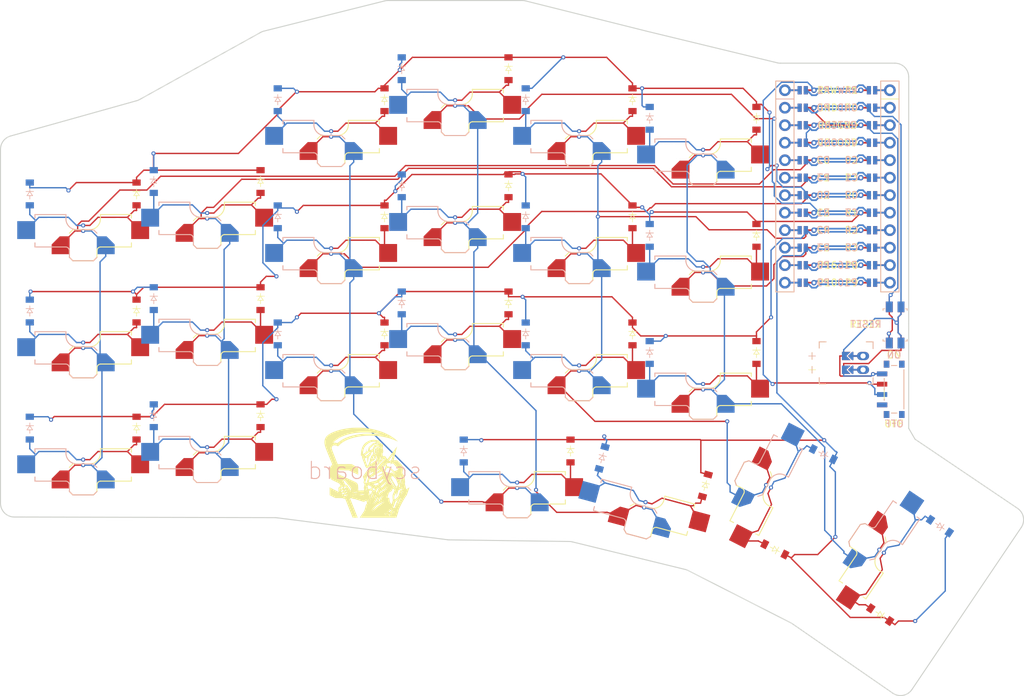
<source format=kicad_pcb>
(kicad_pcb (version 20241229) (generator "pcbnew") (generator_version "9.0")
  (title_block (title "scyboard") (date "2025-06-10") (rev "1") (company "Scybin"))
  (layers (0 "F.Cu" signal) (2 "B.Cu" signal) (13 "F.Paste" user) (15 "B.Paste" user) (5 "F.SilkS" user "F.Silkscreen") (7 "B.SilkS" user "B.Silkscreen") (1 "F.Mask" user) (3 "B.Mask" user) (25 "Edge.Cuts" user))
  (net 0 "")
  (net 1 "C0")
  (net 2 "outer_bottom_B")
  (net 3 "GND")
  (net 4 "outer_home_B")
  (net 5 "outer_top_B")
  (net 6 "C1")
  (net 7 "pinky_bottom_B")
  (net 8 "pinky_home_B")
  (net 9 "pinky_top_B")
  (net 10 "C2")
  (net 11 "ring_bottom_B")
  (net 12 "ring_home_B")
  (net 13 "ring_top_B")
  (net 14 "C3")
  (net 15 "middle_bottom_B")
  (net 16 "middle_home_B")
  (net 17 "middle_top_B")
  (net 18 "C4")
  (net 19 "index_bottom_B")
  (net 20 "index_home_B")
  (net 21 "index_top_B")
  (net 22 "C5")
  (net 23 "inner_bottom_B")
  (net 24 "inner_home_B")
  (net 25 "inner_top_B")
  (net 26 "tuck_cluster_B")
  (net 27 "layer_cluster_B")
  (net 28 "space_cluster_B")
  (net 29 "reach_cluster_B")
  (net 30 "R2")
  (net 31 "R1")
  (net 32 "R0")
  (net 33 "R3")
  (net 34 "RAW")
  (net 35 "RST")
  (net 36 "VCC")
  (net 37 "P16")
  (net 38 "P10")
  (net 39 "P1")
  (net 40 "P0")
  (net 41 "P2")
  (net 42 "P3")
  (net 43 "P8")
  (net 44 "P9")
  (net 45 "MCU1_24")
  (net 46 "MCU1_1")
  (net 47 "MCU1_23")
  (net 48 "MCU1_2")
  (net 49 "MCU1_22")
  (net 50 "MCU1_3")
  (net 51 "MCU1_21")
  (net 52 "MCU1_4")
  (net 53 "MCU1_20")
  (net 54 "MCU1_5")
  (net 55 "MCU1_19")
  (net 56 "MCU1_6")
  (net 57 "MCU1_18")
  (net 58 "MCU1_7")
  (net 59 "MCU1_17")
  (net 60 "MCU1_8")
  (net 61 "MCU1_16")
  (net 62 "MCU1_9")
  (net 63 "MCU1_15")
  (net 64 "MCU1_10")
  (net 65 "MCU1_14")
  (net 66 "MCU1_11")
  (net 67 "MCU1_13")
  (net 68 "MCU1_12")
  (net 69 "BAT_P")
  (net 70 "JST1_1")
  (net 71 "JST1_2")
  (footprint "ceoloide:diode_tht_sod123" (layer "F.Cu") (at 147.75 70.52 -90)
    (property "Reference" "D39" (hide yes))
    (property "Value" "")
  )
  (footprint "ceoloide:diode_tht_sod123" (layer "F.Cu") (at 75.75 62.7 -90)
    (property "Reference" "D28" (hide yes))
    (property "Value" "")
  )
  (footprint "ceoloide:diode_tht_sod123" (layer "F.Cu") (at 111.75 80.32 -90)
    (property "Reference" "D32" (hide yes))
    (property "Value" "")
  )
  (footprint "ceoloide:diode_tht_sod123" (layer "F.Cu") (at 129.75 67.82 -90)
    (property "Reference" "D36" (hide yes))
    (property "Value" "")
  )
  (footprint "ceoloide:power_switch_smd_side" (layer "F.Cu") (at 167.725 92.87)
    (property "Reference" "PWR1" (hide yes))
    (property "Value" "")
  )
  (footprint "ceoloide:diode_tht_sod123" (layer "F.Cu") (at 147.75 87.52 -90)
    (property "Reference" "D38" (hide yes))
    (property "Value" "")
  )
  (footprint "custom:scyboard_logo" (layer "F.Cu") (at 91 105)
    (property "Reference" "LOGO1" (hide yes))
    (property "Value" "" (hide yes))
  )
  (footprint "ceoloide:diode_tht_sod123" (layer "F.Cu") (at 129.75 50.82 -90)
    (property "Reference" "D37" (hide yes))
    (property "Value" "")
  )
  (footprint "ceoloide:diode_tht_sod123" (layer "F.Cu") (at 129.75 84.82 -90)
    (property "Reference" "D35" (hide yes))
    (property "Value" "")
  )
  (footprint "ceoloide:diode_tht_sod123" (layer "F.Cu") (at 75.75 79.7 -90)
    (property "Reference" "D27" (hide yes))
    (property "Value" "")
  )
  (footprint "ceoloide:mounting_hole_npth" (layer "F.Cu") (at 163.65 108.52)
    (property "Reference" "MH5" (hide yes))
    (property "Value" "")
  )
  (footprint "ceoloide:mounting_hole_npth" (layer "F.Cu") (at 108.5 92.57)
    (property "Reference" "MH6" (hide yes))
    (property "Value" "")
  )
  (footprint "ceoloide:diode_tht_sod123" (layer "F.Cu") (at 57.75 81.5 -90)
    (property "Reference" "D24" (hide yes))
    (property "Value" "")
  )
  (footprint "ceoloide:mounting_hole_npth" (layer "F.Cu") (at 131.5 63.52)
    (property "Reference" "MH4" (hide yes))
    (property "Value" "")
  )
  (footprint "ceoloide:mounting_hole_npth" (layer "F.Cu") (at 58.5 74.5)
    (property "Reference" "MH1" (hide yes))
    (property "Value" "")
  )
  (footprint "ceoloide:diode_tht_sod123" (layer "F.Cu") (at 111.75 46.32 -90)
    (property "Reference" "D34" (hide yes))
    (property "Value" "")
  )
  (footprint "ceoloide:diode_tht_sod123" (layer "F.Cu") (at 75.75 96.7 -90)
    (property "Reference" "D26" (hide yes))
    (property "Value" "")
  )
  (footprint "ceoloide:diode_tht_sod123" (layer "F.Cu") (at 93.75 84.82 -90)
    (property "Reference" "D29" (hide yes))
    (property "Value" "")
  )
  (footprint "ceoloide:diode_tht_sod123" (layer "F.Cu") (at 150.4181 116.1063 153)
    (property "Reference" "D43" (hide yes))
    (property "Value" "")
  )
  (footprint "ceoloide:mcu_nice_nano" (layer "F.Cu") (at 159.5 62.145)
    (property "Reference" "MCU1" (hide yes))
    (property "Value" "")
  )
  (footprint "ceoloide:diode_tht_sod123" (layer "F.Cu") (at 93.75 67.82 -90)
    (property "Reference" "D30" (hide yes))
    (property "Value" "")
  )
  (footprint "ceoloide:diode_tht_sod123" (layer "F.Cu") (at 111.75 63.32 -90)
    (property "Reference" "D33" (hide yes))
    (property "Value" "")
  )
  (footprint "ceoloide:diode_tht_sod123" (layer "F.Cu") (at 165.7098 125.5838 146)
    (property "Reference" "D44" (hide yes))
    (property "Value" "")
  )
  (footprint "ceoloide:diode_tht_sod123" (layer "F.Cu") (at 57.75 64.5 -90)
    (property "Reference" "D25" (hide yes))
    (property "Value" "")
  )
  (footprint "ceoloide:diode_tht_sod123" (layer "F.Cu") (at 120.75 101.82 -90)
    (property "Reference" "D41" (hide yes))
    (property "Value" "")
  )
  (footprint "ceoloide:battery_connector_jst_ph_2" (layer "F.Cu") (at 163.225 89.03 -90)
    (property "Reference" "JST1" (hide yes))
    (property "Value" "")
  )
  (footprint "ceoloide:diode_tht_sod123" (layer "F.Cu") (at 140.3142 106.837 -105)
    (property "Reference" "D42" (hide yes))
    (property "Value" "")
  )
  (footprint "ceoloide:mounting_hole_npth" (layer "F.Cu") (at 75 52.32)
    (property "Reference" "MH3" (hide yes))
    (property "Value" "")
  )
  (footprint "ceoloide:diode_tht_sod123" (layer "F.Cu") (at 57.75 98.5 -90)
    (property "Reference" "D23" (hide yes))
    (property "Value" "")
  )
  (footprint "ceoloide:diode_tht_sod123" (layer "F.Cu") (at 147.75 53.52 -90)
    (property "Reference" "D40" (hide yes))
    (property "Value" "")
  )
  (footprint "ceoloide:diode_tht_sod123" (layer "F.Cu") (at 93.75 50.82 -90)
    (property "Reference" "D31" (hide yes))
    (property "Value" "")
  )
  (footprint "ceoloide:mounting_hole_npth" (layer "F.Cu") (at 58.5 91.5)
    (property "Reference" "MH2" (hide yes))
    (property "Value" "")
  )
  (footprint "ceoloide:reset_switch_smd_side" (layer "F.Cu") (at 167.884 83.52 -90)
    (property "Reference" "RST1" (hide yes))
    (property "Value" "")
  )
  (footprint "ceoloide:switch_choc_v1_v2" (layer "B.Cu") (at 122 69.32 180)
    (property "Reference" "S14" (hide yes))
    (property "Value" "")
  )
  (footprint "ceoloide:switch_choc_v1_v2" (layer "B.Cu") (at 50 83 180)
    (property "Reference" "S2" (hide yes))
    (property "Value" "")
  )
  (footprint "ceoloide:switch_choc_v1_v2" (layer "B.Cu") (at 152.6 108.52 63)
    (property "Reference" "S21" (hide yes))
    (property "Value" "")
  )
  (footprint "ceoloide:diode_tht_sod123" (layer "B.Cu") (at 125.3423 102.8253 -105)
    (property "Reference" "D20" (hide yes))
    (property "Value" "")
  )
  (footprint "ceoloide:switch_choc_v1_v2" (layer "B.Cu") (at 68 98.2 180)
    (property "Reference" "S4" (hide yes))
    (property "Value" "")
  )
  (footprint "ceoloide:switch_choc_v1_v2" (layer "B.Cu") (at 50 100 180)
    (property "Reference" "S1" (hide yes))
    (property "Value" "")
  )
  (footprint "ceoloide:diode_tht_sod123" (layer "B.Cu") (at 78.25 50.82 -90)
    (property "Reference" "D9" (hide yes))
    (property "Value" "")
  )
  (footprint "ceoloide:switch_choc_v1_v2" (layer "B.Cu") (at 168.8 118.32 56)
    (property "Reference" "S22" (hide yes))
    (property "Value" "")
  )
  (footprint "ceoloide:diode_tht_sod123" (layer "B.Cu") (at 96.25 46.32 -90)
    (property "Reference" "D12" (hide yes))
    (property "Value" "")
  )
  (footprint "ceoloide:switch_choc_v1_v2" (layer "B.Cu") (at 122 52.32 180)
    (property "Reference" "S15" (hide yes))
    (property "Value" "")
  )
  (footprint "ceoloide:switch_choc_v1_v2" (layer "B.Cu") (at 86 86.32 180)
    (property "Reference" "S7" (hide yes))
    (property "Value" "")
  )
  (footprint "ceoloide:diode_tht_sod123" (layer "B.Cu") (at 78.25 67.82 -90)
    (property "Reference" "D8" (hide yes))
    (property "Value" "")
  )
  (footprint "ceoloide:diode_tht_sod123" (layer "B.Cu") (at 60.25 79.7 -90)
    (property "Reference" "D5" (hide yes))
    (property "Value" "")
  )
  (footprint "ceoloide:switch_choc_v1_v2" (layer "B.Cu") (at 132.44 106.28 165)
    (property "Reference" "S20" (hide yes))
    (property "Value" "")
  )
  (footprint "ceoloide:switch_choc_v1_v2" (layer "B.Cu") (at 104 81.82 180)
    (property "Reference" "S10" (hide yes))
    (property "Value" "")
  )
  (footprint "ceoloide:switch_choc_v1_v2" (layer "B.Cu") (at 68 81.2 180)
    (property "Reference" "S5" (hide yes))
    (property "Value" "")
  )
  (footprint "ceoloide:diode_tht_sod123" (layer "B.Cu") (at 60.25 62.7 -90)
    (property "Reference" "D6" (hide yes))
    (property "Value" "")
  )
  (footprint "ceoloide:switch_choc_v1_v2" (layer "B.Cu") (at 140 72.02 180)
    (property "Reference" "S17" (hide yes))
    (property "Value" "")
  )
  (footprint "ceoloide:diode_tht_sod123" (layer "B.Cu") (at 96.25 80.32 -90)
    (property "Reference" "D10" (hide yes))
    (property "Value" "")
  )
  (footprint "ceoloide:diode_tht_sod123" (layer "B.Cu") (at 174.3773 112.7337 146)
    (property "Reference" "D22" (hide yes))
    (property "Value" "")
  )
  (footprint "ceoloide:diode_tht_sod123" (layer "B.Cu") (at 132.25 70.52 -90)
    (property "Reference" "D17" (hide yes))
    (property "Value" "")
  )
  (footprint "ceoloide:diode_tht_sod123" (layer "B.Cu") (at 157.4549 102.2957 153)
    (property "Reference" "D21" (hide yes))
    (property "Value" "")
  )
  (footprint "ceoloide:diode_tht_sod123" (layer "B.Cu") (at 96.25 63.32 -90)
    (property "Reference" "D11" (hide yes))
    (property "Value" "")
  )
  (footprint "ceoloide:diode_tht_sod123" (layer "B.Cu") (at 132.25 87.52 -90)
    (property "Reference" "D16" (hide yes))
    (property "Value" "")
  )
  (footprint "ceoloide:switch_choc_v1_v2" (layer "B.Cu") (at 140 89.02 180)
    (property "Reference" "S16" (hide yes))
    (property "Value" "")
  )
  (footprint "ceoloide:switch_choc_v1_v2" (layer "B.Cu") (at 140 55.02 180)
    (property "Reference" "S18" (hide yes))
    (property "Value" "")
  )
  (footprint "ceoloide:switch_choc_v1_v2" (layer "B.Cu") (at 104 47.82 180)
    (property "Reference" "S12" (hide yes))
    (property "Value" "")
  )
  (footprint "ceoloide:switch_choc_v1_v2" (layer "B.Cu") (at 113 103.32 180)
    (property "Reference" "S19" (hide yes))
    (property "Value" "")
  )
  (footprint "ceoloide:diode_tht_sod123" (layer "B.Cu") (at 78.25 84.82 -90)
    (property "Reference" "D7" (hide yes))
    (property "Value" "")
  )
  (footprint "ceoloide:switch_choc_v1_v2" (layer "B.Cu") (at 86 69.32 180)
    (property "Reference" "S8" (hide yes))
    (property "Value" "")
  )
  (footprint "ceoloide:diode_tht_sod123" (layer "B.Cu") (at 105.25 101.82 -90)
    (property "Reference" "D19" (hide yes))
    (property "Value" "")
  )
  (footprint "ceoloide:diode_tht_sod123" (layer "B.Cu") (at 114.25 84.82 -90)
    (property "Reference" "D13" (hide yes))
    (property "Value" "")
  )
  (footprint "ceoloide:switch_choc_v1_v2" (layer "B.Cu") (at 68 64.2 180)
    (property "Reference" "S6" (hide yes))
    (property "Value" "")
  )
  (footprint "ceoloide:diode_tht_sod123" (layer "B.Cu") (at 42.25 64.5 -90)
    (property "Reference" "D3" (hide yes))
    (property "Value" "")
  )
  (footprint "ceoloide:switch_choc_v1_v2" (layer "B.Cu") (at 104 64.82 180)
    (property "Reference" "S11" (hide yes))
    (property "Value" "")
  )
  (footprint "ceoloide:diode_tht_sod123" (layer "B.Cu") (at 60.25 96.7 -90)
    (property "Reference" "D4" (hide yes))
    (property "Value" "")
  )
  (footprint "ceoloide:diode_tht_sod123" (layer "B.Cu") (at 42.25 98.5 -90)
    (property "Reference" "D1" (hide yes))
    (property "Value" "")
  )
  (footprint "ceoloide:diode_tht_sod123" (layer "B.Cu") (at 42.25 81.5 -90)
    (property "Reference" "D2" (hide yes))
    (property "Value" "")
  )
  (footprint "ceoloide:switch_choc_v1_v2" (layer "B.Cu") (at 50 66 180)
    (property "Reference" "S3" (hide yes))
    (property "Value" "")
  )
  (footprint "ceoloide:diode_tht_sod123" (layer "B.Cu") (at 114.25 50.82 -90)
    (property "Reference" "D15" (hide yes))
    (property "Value" "")
  )
  (footprint "ceoloide:diode_tht_sod123" (layer "B.Cu") (at 132.25 53.52 -90)
    (property "Reference" "D18" (hide yes))
    (property "Value" "")
  )
  (footprint "ceoloide:diode_tht_sod123" (layer "B.Cu") (at 114.25 67.82 -90)
    (property "Reference" "D14" (hide yes))
    (property "Value" "")
  )
  (footprint "ceoloide:switch_choc_v1_v2" (layer "B.Cu") (at 86 52.32 180)
    (property "Reference" "S9" (hide yes))
    (property "Value" "")
  )
  (footprint "ceoloide:switch_choc_v1_v2" (layer "B.Cu") (at 122 86.32 180)
    (property "Reference" "S13" (hide yes))
    (property "Value" "")
  )
  (gr_arc (start 103.114602 114.72156) (mid 103.000232 114.716729) (end 102.886327 114.705359) (stroke (width 0.15)) (layer "Edge.Cuts"))
  (gr_line (start 169.85 98.52) (end 169.85 47.52) (stroke (width 0.15)) (layer "Edge.Cuts"))
  (gr_arc (start 132.007236 40.921752) (mid 132.000004 40.919987) (end 131.992779 40.918195) (stroke (width 0.15)) (layer "Edge.Cuts"))
  (gr_arc (start 75.770192 41.047416) (mid 76.006304 40.935986) (end 76.254921 40.85627) (stroke (width 0.15)) (layer "Edge.Cuts"))
  (gr_line (start 94.246211 36.42) (end 113.753789 36.42) (stroke (width 0.15)) (layer "Edge.Cuts"))
  (gr_arc (start 38 58.016921) (mid 38.406486 56.8083) (end 39.46074 56.090993) (stroke (width 0.15)) (layer "Edge.Cuts"))
  (gr_line (start 152.744174 126.775145) (end 137.834629 119.178353) (stroke (width 0.15)) (layer "Edge.Cuts"))
  (gr_line (start 77.87424 111.499686) (end 39.995 111.404988) (stroke (width 0.15)) (layer "Edge.Cuts"))
  (gr_arc (start 39.995 111.404987) (mid 38.584022 110.817438) (end 38 109.404994) (stroke (width 0.15)) (layer "Edge.Cuts"))
  (gr_line (start 151.238658 45.52) (end 167.85 45.52) (stroke (width 0.15)) (layer "Edge.Cuts"))
  (gr_arc (start 137.401144 119.017468) (mid 137.622553 119.085338) (end 137.834629 119.178353) (stroke (width 0.15)) (layer "Edge.Cuts"))
  (gr_arc (start 151.238658 45.52) (mid 151.001682 45.505906) (end 150.768043 45.463842) (stroke (width 0.15)) (layer "Edge.Cuts"))
  (gr_line (start 102.886327 114.705359) (end 78.12473 111.516065) (stroke (width 0.15)) (layer "Edge.Cuts"))
  (gr_line (start 167.527968 136.97466) (end 152.97358 126.912059) (stroke (width 0.15)) (layer "Edge.Cuts"))
  (gr_arc (start 170.32343 136.447946) (mid 169.035682 137.294963) (end 167.527968 136.97466) (stroke (width 0.15)) (layer "Edge.Cuts"))
  (gr_line (start 170.770654 100.108492) (end 185.651878 110.146005) (stroke (width 0.15)) (layer "Edge.Cuts"))
  (gr_arc (start 167.85 45.52) (mid 169.264214 46.105786) (end 169.85 47.52) (stroke (width 0.15)) (layer "Edge.Cuts"))
  (gr_line (start 58.204915 50.786386) (end 75.770192 41.047416) (stroke (width 0.15)) (layer "Edge.Cuts"))
  (gr_line (start 39.46074 56.090993) (end 57.774374 50.963175) (stroke (width 0.15)) (layer "Edge.Cuts"))
  (gr_line (start 132.007236 40.921752) (end 150.768043 45.463842) (stroke (width 0.15)) (layer "Edge.Cuts"))
  (gr_arc (start 120.569262 114.959096) (mid 120.794512 114.974904) (end 121.016542 115.016012) (stroke (width 0.15)) (layer "Edge.Cuts"))
  (gr_line (start 169.85 98.52) (end 170.770654 100.108492) (stroke (width 0.15)) (layer "Edge.Cuts"))
  (gr_arc (start 152.744174 126.775145) (mid 152.861166 126.839767) (end 152.97358 126.912059) (stroke (width 0.15)) (layer "Edge.Cuts"))
  (gr_arc (start 77.87424 111.499686) (mid 77.999742 111.503944) (end 78.12473 111.516065) (stroke (width 0.15)) (layer "Edge.Cuts"))
  (gr_line (start 38 109.404994) (end 38 58.016921) (stroke (width 0.15)) (layer "Edge.Cuts"))
  (gr_line (start 186.191568 112.922465) (end 170.32343 136.447946) (stroke (width 0.15)) (layer "Edge.Cuts"))
  (gr_arc (start 93.76114 36.479715) (mid 94.001845 36.434986) (end 94.246211 36.42) (stroke (width 0.15)) (layer "Edge.Cuts"))
  (gr_line (start 76.254921 40.85627) (end 93.76114 36.479715) (stroke (width 0.15)) (layer "Edge.Cuts"))
  (gr_arc (start 58.204915 50.786386) (mid 57.994804 50.887346) (end 57.774374 50.963175) (stroke (width 0.15)) (layer "Edge.Cuts"))
  (gr_arc (start 185.651878 110.146005) (mid 186.496763 111.422465) (end 186.191568 112.922466) (stroke (width 0.15)) (layer "Edge.Cuts"))
  (gr_line (start 137.401144 119.017468) (end 121.016542 115.016012) (stroke (width 0.15)) (layer "Edge.Cuts"))
  (gr_arc (start 113.753789 36.42) (mid 113.998156 36.434984) (end 114.23886 36.479715) (stroke (width 0.15)) (layer "Edge.Cuts"))
  (gr_line (start 114.23886 36.479715) (end 131.992779 40.918195) (stroke (width 0.15)) (layer "Edge.Cuts"))
  (gr_line (start 120.569262 114.959096) (end 103.114602 114.72156) (stroke (width 0.15)) (layer "Edge.Cuts"))
  (gr_text "RESET" (at 161.18 84 0) (layer "F.SilkS") (effects (font (size 1 1)) (justify left bottom)))
  (gr_text "RESET" (at 166 84 0) (layer "B.SilkS") (effects (font (size 1 1)) (justify left bottom mirror)))
  (segment (start 154.92 59.605) (end 155.51 59.605) (width 0.25) (layer "F.Cu") (net 1))
  (segment (start 150.2591 60.9843) (end 154.1307 60.9843) (width 0.2) (layer "F.Cu") (net 1))
  (segment (start 46.725 88.95) (end 48.8 86.875) (width 0.2) (layer "F.Cu") (net 1))
  (segment (start 61.2493 61.9334) (end 95.2523 61.9334) (width 0.2) (layer "F.Cu") (net 1))
  (segment (start 46.725 105.95) (end 48.8 103.875) (width 0.2) (layer "F.Cu") (net 1))
  (segment (start 59.247 63.9357) (end 61.2493 61.9334) (width 0.2) (layer "F.Cu") (net 1))
  (segment (start 49.2 69.0157) (end 49.7678 68.4479) (width 0.2) (layer "F.Cu") (net 1))
  (segment (start 154.1307 60.9843) (end 155.51 59.605) (width 0.2) (layer "F.Cu") (net 1))
  (segment (start 48.8 69.875) (end 49.2 69.875) (width 0.2) (layer "F.Cu") (net 1))
  (segment (start 48.8 103.875) (end 50 103.875) (width 0.2) (layer "F.Cu") (net 1))
  (segment (start 135.6484 63.0621) (end 148.1813 63.0621) (width 0.2) (layer "F.Cu") (net 1))
  (segment (start 55.3219 63.9357) (end 59.247 63.9357) (width 0.2) (layer "F.Cu") (net 1))
  (segment (start 148.1813 63.0621) (end 150.2591 60.9843) (width 0.2) (layer "F.Cu") (net 1))
  (segment (start 49.7678 68.4479) (end 50.8097 68.4479) (width 0.2) (layer "F.Cu") (net 1))
  (segment (start 49.2 69.875) (end 49.2 69.0157) (width 0.2) (layer "F.Cu") (net 1))
  (segment (start 50.8097 68.4479) (end 55.3219 63.9357) (width 0.2) (layer "F.Cu") (net 1))
  (segment (start 49.2 69.875) (end 50 69.875) (width 0.2) (layer "F.Cu") (net 1))
  (segment (start 95.2523 61.9334) (end 96.8007 60.385) (width 0.2) (layer "F.Cu") (net 1))
  (segment (start 132.9713 60.385) (end 135.6484 63.0621) (width 0.2) (layer "F.Cu") (net 1))
  (segment (start 48.8 86.875) (end 50 86.875) (width 0.2) (layer "F.Cu") (net 1))
  (segment (start 46.725 71.95) (end 48.8 69.875) (width 0.2) (layer "F.Cu") (net 1))
  (segment (start 96.8007 60.385) (end 132.9713 60.385) (width 0.2) (layer "F.Cu") (net 1))
  (segment (start 155.51 59.605) (end 156.1 59.605) (width 0.25) (layer "F.Cu") (net 1))
  (via (at 50 86.875) (size 0.6) (drill 0.3) (layers "F.Cu" "B.Cu") (net 1))
  (via (at 50 69.875) (size 0.6) (drill 0.3) (layers "F.Cu" "B.Cu") (net 1))
  (via (at 50 103.875) (size 0.6) (drill 0.3) (layers "F.Cu" "B.Cu") (net 1))
  (segment (start 53.275 71.95) (end 51.2 69.875) (width 0.2) (layer "B.Cu") (net 1))
  (segment (start 51.2 69.875) (end 50 69.875) (width 0.2) (layer "B.Cu") (net 1))
  (segment (start 163.2 58.88) (end 162.6 58.88) (width 0.25) (layer "B.Cu") (net 1))
  (segment (start 51.2 103.875) (end 50 103.875) (width 0.2) (layer "B.Cu") (net 1))
  (segment (start 156.1 59.605) (end 156.32 59.385) (width 0.2) (layer "B.Cu") (net 1))
  (segment (start 52.4533 88.1283) (end 51.2 86.875) (width 0.2) (layer "B.Cu") (net 1))
  (segment (start 53.275 88.95) (end 52.7272 88.4022) (width 0.2) (layer "B.Cu") (net 1))
  (segment (start 53.275 71.95) (end 53.275 73.5517) (width 0.2) (layer "B.Cu") (net 1))
  (segment (start 52.4533 88.1283) (end 52.4533 74.3734) (width 0.2) (layer "B.Cu") (net 1))
  (segment (start 52.7272 102.7978) (end 51.425 104.1) (width 0.2) (layer "B.Cu") (net 1))
  (segment (start 52.7272 88.4022) (end 52.7272 102.7978) (width 0.2) (layer "B.Cu") (net 1))
  (segment (start 164.08 59.605) (end 163.925 59.605) (width 0.25) (layer "B.Cu") (net 1))
  (segment (start 51.425 104.1) (end 51.2 103.875) (width 0.2) (layer "B.Cu") (net 1))
  (segment (start 52.7272 88.4022) (end 52.4533 88.1283) (width 0.2) (layer "B.Cu") (net 1))
  (segment (start 51.2 86.875) (end 50 86.875) (width 0.2) (layer "B.Cu") (net 1))
  (segment (start 162.095 59.385) (end 156.32 59.385) (width 0.25) (layer "B.Cu") (net 1))
  (segment (start 162.6 58.88) (end 162.095 59.385) (width 0.25) (layer "B.Cu") (net 1))
  (segment (start 163.925 59.605) (end 163.2 58.88) (width 0.25) (layer "B.Cu") (net 1))
  (segment (start 53.275 105.95) (end 51.425 104.1) (width 0.2) (layer "B.Cu") (net 1))
  (segment (start 164.275 59.605) (end 164.08 59.605) (width 0.25) (layer "B.Cu") (net 1))
  (segment (start 52.4533 74.3734) (end 53.275 73.5517) (width 0.2) (layer "B.Cu") (net 1))
  (segment (start 57.75 100.9017) (end 57.4153 100.9017) (width 0.2) (layer "F.Cu") (net 2))
  (segment (start 58.275 103.75) (end 56.421 101.896) (width 0.2) (layer "F.Cu") (net 2))
  (segment (start 57.4153 100.9017) (end 56.421 101.896) (width 0.2) (layer "F.Cu") (net 2))
  (segment (start 57.75 100.15) (end 57.75 100.9017) (width 0.2) (layer "F.Cu") (net 2))
  (segment (start 56.421 101.896) (end 52.154 101.896) (width 0.2) (layer "F.Cu") (net 2))
  (segment (start 50.975 103.075) (end 50 103.075) (width 0.2) (layer "F.Cu") (net 2))
  (segment (start 52.154 101.896) (end 50.975 103.075) (width 0.2) (layer "F.Cu") (net 2))
  (via (at 50 103.075) (size 0.6) (drill 0.3) (layers "F.Cu" "B.Cu") (net 2))
  (segment (start 41.725 103.75) (end 43.1124 102.3626) (width 0.2) (layer "B.Cu") (net 2))
  (segment (start 49.0388 103.075) (end 50 103.075) (width 0.2) (layer "B.Cu") (net 2))
  (segment (start 43.1124 102.3626) (end 43.579 101.896) (width 0.2) (layer "B.Cu") (net 2))
  (segment (start 43.579 101.896) (end 47.8598 101.896) (width 0.2) (layer "B.Cu") (net 2))
  (segment (start 42.25 100.15) (end 42.25 101.5002) (width 0.2) (layer "B.Cu") (net 2))
  (segment (start 47.8598 101.896) (end 49.0388 103.075) (width 0.2) (layer "B.Cu") (net 2))
  (segment (start 42.25 101.5002) (end 43.1124 102.3626) (width 0.2) (layer "B.Cu") (net 2))
  (segment (start 164.08 54.525) (end 162.9 54.525) (width 0.25) (layer "F.Cu") (net 3))
  (segment (start 164.0316 89.1283) (end 160.409 89.1283) (width 0.2) (layer "F.Cu") (net 3))
  (segment (start 168.734 87.2217) (end 165.9382 87.2217) (width 0.2) (layer "F.Cu") (net 3))
  (segment (start 155.51 51.985) (end 158.05 54.525) (width 0.2) (layer "F.Cu") (net 3))
  (segment (start 168.734 86.145) (end 168.734 87.2217) (width 0.2) (layer "F.Cu") (net 3))
  (segment (start 168.734 80.895) (end 168.734 81.9717) (width 0.2) (layer "F.Cu") (net 3))
  (segment (start 165.9382 87.2217) (end 164.0316 89.1283) (width 0.2) (layer "F.Cu") (net 3))
  (segment (start 160.409 90.03) (end 160.409 89.1283) (width 0.2) (layer "F.Cu") (net 3))
  (segment (start 164.08 57.065) (end 162.9 57.065) (width 0.25) (layer "F.Cu") (net 3))
  (segment (start 168.734 86.145) (end 168.734 85.0683) (width 0.2) (layer "F.Cu") (net 3))
  (segment (start 158.05 54.525) (end 162.9 54.525) (width 0.2) (layer "F.Cu") (net 3))
  (segment (start 154.92 51.985) (end 155.51 51.985) (width 0.25) (layer "F.Cu") (net 3))
  (segment (start 168.309 83.1982) (end 168.1005 83.1982) (width 0.2) (layer "F.Cu") (net 3))
  (segment (start 168.309 84.6433) (end 168.309 83.1982) (width 0.2) (layer "F.Cu") (net 3))
  (segment (start 155.51 51.985) (end 156.1 51.985) (width 0.25) (layer "F.Cu") (net 3))
  (segment (start 168.309 83.1982) (end 168.309 82.3967) (width 0.2) (layer "F.Cu") (net 3))
  (segment (start 168.309 82.3967) (end 168.734 81.9717) (width 0.2) (layer "F.Cu") (net 3))
  (segment (start 168.734 85.0683) (end 168.309 84.6433) (width 0.2) (layer "F.Cu") (net 3))
  (via (at 168.1005 83.1982) (size 0.6) (drill 0.3) (layers "F.Cu" "B.Cu") (net 3))
  (segment (start 167.4835 82.5812) (end 168.1005 83.1982) (width 0.2) (layer "B.Cu") (net 3))
  (segment (start 154.92 54.525) (end 155.075 54.525) (width 0.25) (layer "B.Cu") (net 3))
  (segment (start 156.895 57.295) (end 162.67 57.295) (width 0.25) (layer "B.Cu") (net 3))
  (segment (start 168.734 54.4572) (end 168.734 80.895) (width 0.2) (layer "B.Cu") (net 3))
  (segment (start 168.734 81.9717) (end 168.3187 82.387) (width 0.2) (layer "B.Cu") (net 3))
  (segment (start 167.5318 53.255) (end 168.734 54.4572) (width 0.2) (layer "B.Cu") (net 3))
  (segment (start 163.2 51.26) (end 162.6 51.26) (width 0.25) (layer "B.Cu") (net 3))
  (segment (start 162.9 54.525) (end 162.67 54.755) (width 0.2) (layer "B.Cu") (net 3))
  (segment (start 164.0025 51.985) (end 164.0025 52.371) (width 0.2) (layer "B.Cu") (net 3))
  (segment (start 155.075 54.525) (end 155.6 55.05) (width 0.25) (layer "B.Cu") (net 3))
  (segment (start 155.6 55.05) (end 155.8 55.25) (width 0.25) (layer "B.Cu") (net 3))
  (segment (start 154.725 57.065) (end 154.92 57.065) (width 0.25) (layer "B.Cu") (net 3))
  (segment (start 168.734 85.0683) (end 168.3187 84.653) (width 0.2) (layer "B.Cu") (net 3))
  (segment (start 164.0025 52.371) (end 164.8865 53.255) (width 0.2) (layer "B.Cu") (net 3))
  (segment (start 155.075 57.065) (end 155.8 57.79) (width 0.25) (layer "B.Cu") (net 3))
  (segment (start 154.725 54.525) (end 154.92 54.525) (width 0.25) (layer "B.Cu") (net 3))
  (segment (start 162.095 51.765) (end 156.32 51.765) (width 0.25) (layer "B.Cu") (net 3))
  (segment (start 154.92 57.065) (end 154.9975 57.065) (width 0.25) (layer "B.Cu") (net 3))
  (segment (start 156.4 57.79) (end 156.895 57.295) (width 0.25) (layer "B.Cu") (net 3))
  (segment (start 164.0025 51.985) (end 163.925 51.985) (width 0.25) (layer "B.Cu") (net 3))
  (segment (start 168.3187 82.387) (end 168.3187 83.1982) (width 0.2) (layer "B.Cu") (net 3))
  (segment (start 164.275 51.985) (end 164.08 51.985) (width 0.25) (layer "B.Cu") (net 3))
  (segment (start 160.409 88.03) (end 160.409 87.1283) (width 0.2) (layer "B.Cu") (net 3))
  (segment (start 160.409 87.1283) (end 164.9561 82.5812) (width 0.2) (layer "B.Cu") (net 3))
  (segment (start 162.9 57.065) (end 162.67 57.295) (width 0.2) (layer "B.Cu") (net 3))
  (segment (start 168.734 86.145) (end 168.734 85.0683) (width 0.2) (layer "B.Cu") (net 3))
  (segment (start 156.895 54.755) (end 162.67 54.755) (width 0.25) (layer "B.Cu") (net 3))
  (segment (start 164.8865 53.255) (end 167.5318 53.255) (width 0.2) (layer "B.Cu") (net 3))
  (segment (start 154.9975 57.065) (end 155.075 57.065) (width 0.25) (layer "B.Cu") (net 3))
  (segment (start 164.08 51.985) (end 164.0025 51.985) (width 0.25) (layer "B.Cu") (net 3))
  (segment (start 154.9975 57.065) (end 154.9975 55.6525) (width 0.2) (layer "B.Cu") (net 3))
  (segment (start 154.9975 55.6525) (end 155.6 55.05) (width 0.2) (layer "B.Cu") (net 3))
  (segment (start 168.3187 84.653) (end 168.3187 83.1982) (width 0.2) (layer "B.Cu") (net 3))
  (segment (start 155.8 55.25) (end 156.4 55.25) (width 0.25) (layer "B.Cu") (net 3))
  (segment (start 164.9561 82.5812) (end 167.4835 82.5812) (width 0.2) (layer "B.Cu") (net 3))
  (segment (start 156.4 55.25) (end 156.895 54.755) (width 0.25) (layer "B.Cu") (net 3))
  (segment (start 156.1 51.985) (end 156.32 51.765) (width 0.2) (layer "B.Cu") (net 3))
  (segment (start 162.6 51.26) (end 162.095 51.765) (width 0.25) (layer "B.Cu") (net 3))
  (segment (start 168.734 80.895) (end 168.734 81.9717) (width 0.2) (layer "B.Cu") (net 3))
  (segment (start 163.925 51.985) (end 163.2 51.26) (width 0.25) (layer "B.Cu") (net 3))
  (segment (start 155.8 57.79) (end 156.4 57.79) (width 0.25) (layer "B.Cu") (net 3))
  (segment (start 168.1005 83.1982) (end 168.3187 83.1982) (width 0.2) (layer "B.Cu") (net 3))
  (segment (start 57.75 83.9017) (end 57.4153 83.9017) (width 0.2) (layer "F.Cu") (net 4))
  (segment (start 56.421 84.896) (end 52.154 84.896) (width 0.2) (layer "F.Cu") (net 4))
  (segment (start 57.4153 83.9017) (end 56.421 84.896) (width 0.2) (layer "F.Cu") (net 4))
  (segment (start 58.275 86.75) (end 56.421 84.896) (width 0.2) (layer "F.Cu") (net 4))
  (segment (start 50.975 86.075) (end 50 86.075) (width 0.2) (layer "F.Cu") (net 4))
  (segment (start 52.154 84.896) (end 50.975 86.075) (width 0.2) (layer "F.Cu") (net 4))
  (segment (start 57.75 83.15) (end 57.75 83.9017) (width 0.2) (layer "F.Cu") (net 4))
  (via (at 50 86.075) (size 0.6) (drill 0.3) (layers "F.Cu" "B.Cu") (net 4))
  (segment (start 42.25 84.5002) (end 43.1124 85.3626) (width 0.2) (layer "B.Cu") (net 4))
  (segment (start 42.25 83.15) (end 42.25 84.5002) (width 0.2) (layer "B.Cu") (net 4))
  (segment (start 43.1124 85.3626) (end 43.579 84.896) (width 0.2) (layer "B.Cu") (net 4))
  (segment (start 47.8598 84.896) (end 49.0388 86.075) (width 0.2) (layer "B.Cu") (net 4))
  (segment (start 49.0388 86.075) (end 50 86.075) (width 0.2) (layer "B.Cu") (net 4))
  (segment (start 43.579 84.896) (end 47.8598 84.896) (width 0.2) (layer "B.Cu") (net 4))
  (segment (start 41.725 86.75) (end 43.1124 85.3626) (width 0.2) (layer "B.Cu") (net 4))
  (segment (start 57.75 66.9017) (end 57.4153 66.9017) (width 0.2) (layer "F.Cu") (net 5))
  (segment (start 57.75 66.15) (end 57.75 66.9017) (width 0.2) (layer "F.Cu") (net 5))
  (segment (start 58.275 69.75) (end 56.421 67.896) (width 0.2) (layer "F.Cu") (net 5))
  (segment (start 52.154 67.896) (end 50.975 69.075) (width 0.2) (layer "F.Cu") (net 5))
  (segment (start 50.975 69.075) (end 50 69.075) (width 0.2) (layer "F.Cu") (net 5))
  (segment (start 57.4153 66.9017) (end 56.421 67.896) (width 0.2) (layer "F.Cu") (net 5))
  (segment (start 56.421 67.896) (end 52.154 67.896) (width 0.2) (layer "F.Cu") (net 5))
  (via (at 50 69.075) (size 0.6) (drill 0.3) (layers "F.Cu" "B.Cu") (net 5))
  (segment (start 49.0388 69.075) (end 50 69.075) (width 0.2) (layer "B.Cu") (net 5))
  (segment (start 42.25 67.5002) (end 43.1124 68.3626) (width 0.2) (layer "B.Cu") (net 5))
  (segment (start 43.579 67.896) (end 47.8598 67.896) (width 0.2) (layer "B.Cu") (net 5))
  (segment (start 41.725 69.75) (end 43.1124 68.3626) (width 0.2) (layer "B.Cu") (net 5))
  (segment (start 42.25 66.15) (end 42.25 67.5002) (width 0.2) (layer "B.Cu") (net 5))
  (segment (start 43.1124 68.3626) (end 43.579 67.896) (width 0.2) (layer "B.Cu") (net 5))
  (segment (start 47.8598 67.896) (end 49.0388 69.075) (width 0.2) (layer "B.Cu") (net 5))
  (segment (start 64.725 70.15) (end 66.8 68.075) (width 0.2) (layer "F.Cu") (net 6))
  (segment (start 67.1294 68.075) (end 68 68.075) (width 0.2) (layer "F.Cu") (net 6))
  (segment (start 66.8 85.075) (end 68 85.075) (width 0.2) (layer "F.Cu") (net 6))
  (segment (start 66.8 68.075) (end 67.1294 68.075) (width 0.2) (layer "F.Cu") (net 6))
  (segment (start 64.725 104.15) (end 66.8 102.075) (width 0.2) (layer "F.Cu") (net 6))
  (segment (start 132.738 60.7867) (end 97.2497 60.7867) (width 0.2) (layer "F.Cu") (net 6))
  (segment (start 67.1294 67.2863) (end 67.1294 68.075) (width 0.2) (layer "F.Cu") (net 6))
  (segment (start 155.51 62.145) (end 154.1912 63.4638) (width 0.2) (layer "F.Cu") (net 6))
  (segment (start 68.9328 66.4517) (end 67.964 66.4517) (width 0.2) (layer "F.Cu") (net 6))
  (segment (start 73.0094 62.3751) (end 68.9328 66.4517) (width 0.2) (layer "F.Cu") (net 6))
  (segment (start 97.2497 60.7867) (end 95.6613 62.3751) (width 0.2) (layer "F.Cu") (net 6))
  (segment (start 154.1912 63.4638) (end 135.4151 63.4638) (width 0.2) (layer "F.Cu") (net 6))
  (segment (start 67.964 66.4517) (end 67.1294 67.2863) (width 0.2) (layer "F.Cu") (net 6))
  (segment (start 135.4151 63.4638) (end 132.738 60.7867) (width 0.2) (layer "F.Cu") (net 6))
  (segment (start 95.6613 62.3751) (end 73.0094 62.3751) (width 0.2) (layer "F.Cu") (net 6))
  (segment (start 64.725 87.15) (end 66.8 85.075) (width 0.2) (layer "F.Cu") (net 6))
  (segment (start 155.51 62.145) (end 156.1 62.145) (width 0.25) (layer "F.Cu") (net 6))
  (segment (start 66.8 102.075) (end 68 102.075) (width 0.2) (layer "F.Cu") (net 6))
  (segment (start 154.92 62.145) (end 155.51 62.145) (width 0.25) (layer "F.Cu") (net 6))
  (via (at 68 85.075) (size 0.6) (drill 0.3) (layers "F.Cu" "B.Cu") (net 6))
  (via (at 68 102.075) (size 0.6) (drill 0.3) (layers "F.Cu" "B.Cu") (net 6))
  (via (at 68 68.075) (size 0.6) (drill 0.3) (layers "F.Cu" "B.Cu") (net 6))
  (segment (start 69.425 102.3) (end 69.2 102.075) (width 0.2) (layer "B.Cu") (net 6))
  (segment (start 71.275 70.15) (end 69.2 68.075) (width 0.2) (layer "B.Cu") (net 6))
  (segment (start 70.4585 72.5682) (end 70.4585 85.5165) (width 0.2) (layer "B.Cu") (net 6))
  (segment (start 71.275 87.15) (end 71.1103 86.9853) (width 0.2) (layer "B.Cu") (net 6))
  (segment (start 164.08 62.145) (end 163.925 62.145) (width 0.25) (layer "B.Cu") (net 6))
  (segment (start 162.095 61.925) (end 156.32 61.925) (width 0.25) (layer "B.Cu") (net 6))
  (segment (start 71.275 71.7517) (end 70.4585 72.5682) (width 0.2) (layer "B.Cu") (net 6))
  (segment (start 163.925 62.145) (end 163.2 61.42) (width 0.25) (layer "B.Cu") (net 6))
  (segment (start 71.275 104.15) (end 69.425 102.3) (width 0.2) (layer "B.Cu") (net 6))
  (segment (start 164.275 62.145) (end 164.08 62.145) (width 0.25) (layer "B.Cu") (net 6))
  (segment (start 71.275 70.15) (end 71.275 71.7517) (width 0.2) (layer "B.Cu") (net 6))
  (segment (start 162.6 61.42) (end 162.095 61.925) (width 0.25) (layer "B.Cu") (net 6))
  (segment (start 69.2 85.075) (end 68 85.075) (width 0.2) (layer "B.Cu") (net 6))
  (segment (start 70.05 85.925) (end 69.2 85.075) (width 0.2) (layer "B.Cu") (net 6))
  (segment (start 163.2 61.42) (end 162.6 61.42) (width 0.25) (layer "B.Cu") (net 6))
  (segment (start 71.1103 86.9853) (end 71.1103 100.6147) (width 0.2) (layer "B.Cu") (net 6))
  (segment (start 71.1103 100.6147) (end 69.425 102.3) (width 0.2) (layer "B.Cu") (net 6))
  (segment (start 69.2 68.075) (end 68 68.075) (width 0.2) (layer "B.Cu") (net 6))
  (segment (start 71.1103 86.9853) (end 70.05 85.925) (width 0.2) (layer "B.Cu") (net 6))
  (segment (start 69.2 102.075) (end 68 102.075) (width 0.2) (layer "B.Cu") (net 6))
  (segment (start 70.4585 85.5165) (end 70.05 85.925) (width 0.2) (layer "B.Cu") (net 6))
  (segment (start 156.1 62.145) (end 156.32 61.925) (width 0.2) (layer "B.Cu") (net 6))
  (segment (start 68.975 101.275) (end 68 101.275) (width 0.2) (layer "F.Cu") (net 7))
  (segment (start 74.421 100.096) (end 70.154 100.096) (width 0.2) (layer "F.Cu") (net 7))
  (segment (start 75.75 99.1017) (end 75.4153 99.1017) (width 0.2) (layer "F.Cu") (net 7))
  (segment (start 70.154 100.096) (end 68.975 101.275) (width 0.2) (layer "F.Cu") (net 7))
  (segment (start 76.275 101.95) (end 74.421 100.096) (width 0.2) (layer "F.Cu") (net 7))
  (segment (start 75.75 98.35) (end 75.75 99.1017) (width 0.2) (layer "F.Cu") (net 7))
  (segment (start 75.4153 99.1017) (end 74.421 100.096) (width 0.2) (layer "F.Cu") (net 7))
  (via (at 68 101.275) (size 0.6) (drill 0.3) (layers "F.Cu" "B.Cu") (net 7))
  (segment (start 65.8598 100.096) (end 67.0388 101.275) (width 0.2) (layer "B.Cu") (net 7))
  (segment (start 60.1081 101.5669) (end 61.579 100.096) (width 0.2) (layer "B.Cu") (net 7))
  (segment (start 61.579 100.096) (end 65.8598 100.096) (width 0.2) (layer "B.Cu") (net 7))
  (segment (start 59.725 101.95) (end 60.1081 101.5669) (width 0.2) (layer "B.Cu") (net 7))
  (segment (start 60.1081 101.5669) (end 60.25 101.425) (width 0.2) (layer "B.Cu") (net 7))
  (segment (start 60.25 101.425) (end 60.25 98.35) (width 0.2) (layer "B.Cu") (net 7))
  (segment (start 67.0388 101.275) (end 68 101.275) (width 0.2) (layer "B.Cu") (net 7))
  (segment (start 76.275 84.95) (end 75.5375 84.2125) (width 0.2) (layer "F.Cu") (net 8))
  (segment (start 68.975 84.275) (end 68 84.275) (width 0.2) (layer "F.Cu") (net 8))
  (segment (start 75.5375 84.2125) (end 75.75 84) (width 0.2) (layer "F.Cu") (net 8))
  (segment (start 70.154 83.096) (end 68.975 84.275) (width 0.2) (layer "F.Cu") (net 8))
  (segment (start 74.421 83.096) (end 70.154 83.096) (width 0.2) (layer "F.Cu") (net 8))
  (segment (start 75.75 84) (end 75.75 81.35) (width 0.2) (layer "F.Cu") (net 8))
  (segment (start 75.5375 84.2125) (end 74.421 83.096) (width 0.2) (layer "F.Cu") (net 8))
  (via (at 68 84.275) (size 0.6) (drill 0.3) (layers "F.Cu" "B.Cu") (net 8))
  (segment (start 67.0388 84.275) (end 68 84.275) (width 0.2) (layer "B.Cu") (net 8))
  (segment (start 61.579 83.096) (end 65.8598 83.096) (width 0.2) (layer "B.Cu") (net 8))
  (segment (start 60.1081 84.5669) (end 61.579 83.096) (width 0.2) (layer "B.Cu") (net 8))
  (segment (start 60.25 84.425) (end 60.25 81.35) (width 0.2) (layer "B.Cu") (net 8))
  (segment (start 59.725 84.95) (end 60.1081 84.5669) (width 0.2) (layer "B.Cu") (net 8))
  (segment (start 60.1081 84.5669) (end 60.25 84.425) (width 0.2) (layer "B.Cu") (net 8))
  (segment (start 65.8598 83.096) (end 67.0388 84.275) (width 0.2) (layer "B.Cu") (net 8))
  (segment (start 75.75 64.35) (end 75.75 65.1017) (width 0.2) (layer "F.Cu") (net 9))
  (segment (start 70.154 66.096) (end 68.975 67.275) (width 0.2) (layer "F.Cu") (net 9))
  (segment (start 68.975 67.275) (end 68 67.275) (width 0.2) (layer "F.Cu") (net 9))
  (segment (start 75.75 65.1017) (end 75.4153 65.1017) (width 0.2) (layer "F.Cu") (net 9))
  (segment (start 75.4153 65.1017) (end 74.421 66.096) (width 0.2) (layer "F.Cu") (net 9))
  (segment (start 76.275 67.95) (end 74.421 66.096) (width 0.2) (layer "F.Cu") (net 9))
  (segment (start 74.421 66.096) (end 70.154 66.096) (width 0.2) (layer "F.Cu") (net 9))
  (via (at 68 67.275) (size 0.6) (drill 0.3) (layers "F.Cu" "B.Cu") (net 9))
  (segment (start 60.1081 67.5669) (end 60.25 67.425) (width 0.2) (layer "B.Cu") (net 9))
  (segment (start 60.1081 67.5669) (end 61.579 66.096) (width 0.2) (layer "B.Cu") (net 9))
  (segment (start 61.579 66.096) (end 65.8598 66.096) (width 0.2) (layer "B.Cu") (net 9))
  (segment (start 60.25 67.425) (end 60.25 64.35) (width 0.2) (layer "B.Cu") (net 9))
  (segment (start 67.0388 67.275) (end 68 67.275) (width 0.2) (layer "B.Cu") (net 9))
  (segment (start 65.8598 66.096) (end 67.0388 67.275) (width 0.2) (layer "B.Cu") (net 9))
  (segment (start 59.725 67.95) (end 60.1081 67.5669) (width 0.2) (layer "B.Cu") (net 9))
  (segment (start 155.51 64.685) (end 156.1 64.685) (width 0.25) (layer "F.Cu") (net 10))
  (segment (start 102 109.1779) (end 108.0312 109.1779) (width 0.2) (layer "F.Cu") (net 10))
  (segment (start 109.725 109.27) (end 111.8 107.195) (width 0.2) (layer "F.Cu") (net 10))
  (segment (start 84.8 90.195) (end 86 90.195) (width 0.2) (layer "F.Cu") (net 10))
  (segment (start 116.5777 67.0473) (end 114.296 69.329) (width 0.2) (layer "F.Cu") (net 10))
  (segment (start 89.8884 75.15) (end 87.9334 73.195) (width 0.2) (layer "F.Cu") (net 10))
  (segment (start 111.8 107.195) (end 113 107.195) (width 0.2) (layer "F.Cu") (net 10))
  (segment (start 108.0312 109.1779) (end 108.1233 109.27) (width 0.2) (layer "F.Cu") (net 10))
  (segment (start 114.296 69.329) (end 114.296 69.6518) (width 0.2) (layer "F.Cu") (net 10))
  (segment (start 87.9334 73.195) (end 86 73.195) (width 0.2) (layer "F.Cu") (net 10))
  (segment (start 84.8 73.195) (end 86 73.195) (width 0.2) (layer "F.Cu") (net 10))
  (segment (start 82.725 75.27) (end 84.8 73.195) (width 0.2) (layer "F.Cu") (net 10))
  (segment (start 132.2997 66.5236) (end 131.776 67.0473) (width 0.2) (layer "F.Cu") (net 10))
  (segment (start 84.8 56.195) (end 86 56.195) (width 0.2) (layer "F.Cu") (net 10))
  (segment (start 133.0856 65.9128) (end 132.4748 66.5236) (width 0.2) (layer "F.Cu") (net 10))
  (segment (start 155.51 64.685) (end 154.2822 65.9128) (width 0.2) (layer "F.Cu") (net 10))
  (segment (start 82.725 58.27) (end 84.8 56.195) (width 0.2) (layer "F.Cu") (net 10))
  (segment (start 154.92 64.685) (end 155.51 64.685) (width 0.25) (layer "F.Cu") (net 10))
  (segment (start 82.725 92.27) (end 84.8 90.195) (width 0.2) (layer "F.Cu") (net 10))
  (segment (start 132.4748 66.5236) (end 132.2997 66.5236) (width 0.2) (layer "F.Cu") (net 10))
  (segment (start 108.1233 109.27) (end 109.725 109.27) (width 0.2) (layer "F.Cu") (net 10))
  (segment (start 114.296 69.6518) (end 108.7978 75.15) (width 0.2) (layer "F.Cu") (net 10))
  (segment (start 154.2822 65.9128) (end 133.0856 65.9128) (width 0.2) (layer "F.Cu") (net 10))
  (segment (start 108.7978 75.15) (end 89.8884 75.15) (width 0.2) (layer "F.Cu") (net 10))
  (segment (start 131.776 67.0473) (end 116.5777 67.0473) (width 0.2) (layer "F.Cu") (net 10))
  (via (at 86 73.195) (size 0.6) (drill 0.3) (layers "F.Cu" "B.Cu") (net 10))
  (via (at 86 90.195) (size 0.6) (drill 0.3) (layers "F.Cu" "B.Cu") (net 10))
  (via (at 86 56.195) (size 0.6) (drill 0.3) (layers "F.Cu" "B.Cu") (net 10))
  (via (at 102 109.1779) (size 0.6) (drill 0.3) (layers "F.Cu" "B.Cu") (net 10))
  (via (at 113 107.195) (size 0.6) (drill 0.3) (layers "F.Cu" "B.Cu") (net 10))
  (segment (start 163.2 63.96) (end 162.6 63.96) (width 0.25) (layer "B.Cu") (net 10))
  (segment (start 88.7272 77.4195) (end 89.275 76.8717) (width 0.2) (layer "B.Cu") (net 10))
  (segment (start 88.7272 91.7222) (end 87.2 90.195) (width 0.2) (layer "B.Cu") (net 10))
  (segment (start 164.08 64.685) (end 163.925 64.685) (width 0.25) (layer "B.Cu") (net 10))
  (segment (start 89.275 96.4529) (end 89.275 92.27) (width 0.2) (layer "B.Cu") (net 10))
  (segment (start 164.275 64.685) (end 164.08 64.685) (width 0.25) (layer "B.Cu") (net 10))
  (segment (start 89.275 75.27) (end 88.7272 74.7222) (width 0.2) (layer "B.Cu") (net 10))
  (segment (start 87.2 56.195) (end 86 56.195) (width 0.2) (layer "B.Cu") (net 10))
  (segment (start 162.6 63.96) (end 162.095 64.465) (width 0.25) (layer "B.Cu") (net 10))
  (segment (start 162.095 64.465) (end 156.32 64.465) (width 0.25) (layer "B.Cu") (net 10))
  (segment (start 88.7272 74.7222) (end 88.7272 60.4195) (width 0.2) (layer "B.Cu") (net 10))
  (segment (start 156.32 64.465) (end 156.1 64.685) (width 0.2) (layer "B.Cu") (net 10))
  (segment (start 114.2 107.195) (end 113 107.195) (width 0.2) (layer "B.Cu") (net 10))
  (segment (start 163.925 64.685) (end 163.2 63.96) (width 0.25) (layer "B.Cu") (net 10))
  (segment (start 88.7272 91.7222) (end 88.7272 77.4195) (width 0.2) (layer "B.Cu") (net 10))
  (segment (start 89.275 58.27) (end 87.2 56.195) (width 0.2) (layer "B.Cu") (net 10))
  (segment (start 89.275 58.27) (end 89.275 59.8717) (width 0.2) (layer "B.Cu") (net 10))
  (segment (start 116.275 109.27) (end 114.2 107.195) (width 0.2) (layer "B.Cu") (net 10))
  (segment (start 88.7272 74.7222) (end 87.2 73.195) (width 0.2) (layer "B.Cu") (net 10))
  (segment (start 89.275 92.27) (end 88.7272 91.7222) (width 0.2) (layer "B.Cu") (net 10))
  (segment (start 88.7272 60.4195) (end 89.275 59.8717) (width 0.2) (layer "B.Cu") (net 10))
  (segment (start 87.2 73.195) (end 86 73.195) (width 0.2) (layer "B.Cu") (net 10))
  (segment (start 89.275 75.27) (end 89.275 76.8717) (width 0.2) (layer "B.Cu") (net 10))
  (segment (start 87.2 90.195) (end 86 90.195) (width 0.2) (layer "B.Cu") (net 10))
  (segment (start 102 109.1779) (end 89.275 96.4529) (width 0.2) (layer "B.Cu") (net 10))
  (segment (start 93.4153 87.2217) (end 92.421 88.216) (width 0.2) (layer "F.Cu") (net 11))
  (segment (start 88.154 88.216) (end 86.975 89.395) (width 0.2) (layer "F.Cu") (net 11))
  (segment (start 93.75 87.2217) (end 93.4153 87.2217) (width 0.2) (layer "F.Cu") (net 11))
  (segment (start 86.975 89.395) (end 86 89.395) (width 0.2) (layer "F.Cu") (net 11))
  (segment (start 92.421 88.216) (end 88.154 88.216) (width 0.2) (layer "F.Cu") (net 11))
  (segment (start 93.75 86.47) (end 93.75 87.2217) (width 0.2) (layer "F.Cu") (net 11))
  (segment (start 94.275 90.07) (end 92.421 88.216) (width 0.2) (layer "F.Cu") (net 11))
  (via (at 86 89.395) (size 0.6) (drill 0.3) (layers "F.Cu" "B.Cu") (net 11))
  (segment (start 78.25 88.0302) (end 79.0074 88.7876) (width 0.2) (layer "B.Cu") (net 11))
  (segment (start 78.25 86.47) (end 78.25 88.0302) (width 0.2) (layer "B.Cu") (net 11))
  (segment (start 79.0074 88.7876) (end 79.579 88.216) (width 0.2) (layer "B.Cu") (net 11))
  (segment (start 85.0388 89.395) (end 86 89.395) (width 0.2) (layer "B.Cu") (net 11))
  (segment (start 77.725 90.07) (end 79.0074 88.7876) (width 0.2) (layer "B.Cu") (net 11))
  (segment (start 83.8598 88.216) (end 85.0388 89.395) (width 0.2) (layer "B.Cu") (net 11))
  (segment (start 79.579 88.216) (end 83.8598 88.216) (width 0.2) (layer "B.Cu") (net 11))
  (segment (start 93.5375 72.3325) (end 93.75 72.12) (width 0.2) (layer "F.Cu") (net 12))
  (segment (start 88.154 71.216) (end 86.975 72.395) (width 0.2) (layer "F.Cu") (net 12))
  (segment (start 86.975 72.395) (end 86 72.395) (width 0.2) (layer "F.Cu") (net 12))
  (segment (start 94.275 73.07) (end 93.5375 72.3325) (width 0.2) (layer "F.Cu") (net 12))
  (segment (start 92.421 71.216) (end 88.154 71.216) (width 0.2) (layer "F.Cu") (net 12))
  (segment (start 93.5375 72.3325) (end 92.421 71.216) (width 0.2) (layer "F.Cu") (net 12))
  (segment (start 93.75 72.12) (end 93.75 69.47) (width 0.2) (layer "F.Cu") (net 12))
  (via (at 86 72.395) (size 0.6) (drill 0.3) (layers "F.Cu" "B.Cu") (net 12))
  (segment (start 78.25 69.47) (end 78.25 70.8202) (width 0.2) (layer "B.Cu") (net 12))
  (segment (start 83.8598 71.216) (end 85.0388 72.395) (width 0.2) (layer "B.Cu") (net 12))
  (segment (start 78.25 70.8202) (end 79.1124 71.6826) (width 0.2) (layer "B.Cu") (net 12))
  (segment (start 79.579 71.216) (end 83.8598 71.216) (width 0.2) (layer "B.Cu") (net 12))
  (segment (start 77.725 73.07) (end 79.1124 71.6826) (width 0.2) (layer "B.Cu") (net 12))
  (segment (start 85.0388 72.395) (end 86 72.395) (width 0.2) (layer "B.Cu") (net 12))
  (segment (start 79.1124 71.6826) (end 79.579 71.216) (width 0.2) (layer "B.Cu") (net 12))
  (segment (start 92.421 54.216) (end 88.154 54.216) (width 0.2) (layer "F.Cu") (net 13))
  (segment (start 93.75 52.47) (end 93.75 53.2217) (width 0.2) (layer "F.Cu") (net 13))
  (segment (start 93.4153 53.2217) (end 92.421 54.216) (width 0.2) (layer "F.Cu") (net 13))
  (segment (start 86.975 55.395) (end 86 55.395) (width 0.2) (layer "F.Cu") (net 13))
  (segment (start 93.75 53.2217) (end 93.4153 53.2217) (width 0.2) (layer "F.Cu") (net 13))
  (segment (start 88.154 54.216) (end 86.975 55.395) (width 0.2) (layer "F.Cu") (net 13))
  (segment (start 94.275 56.07) (end 92.421 54.216) (width 0.2) (layer "F.Cu") (net 13))
  (via (at 86 55.395) (size 0.6) (drill 0.3) (layers "F.Cu" "B.Cu") (net 13))
  (segment (start 78.25 52.47) (end 78.25 53.2217) (width 0.2) (layer "B.Cu") (net 13))
  (segment (start 83.8598 54.216) (end 85.0388 55.395) (width 0.2) (layer "B.Cu") (net 13))
  (segment (start 85.0388 55.395) (end 86 55.395) (width 0.2) (layer "B.Cu") (net 13))
  (segment (start 77.725 56.07) (end 79.2171 54.5779) (width 0.2) (layer "B.Cu") (net 13))
  (segment (start 79.2171 54.5779) (end 79.579 54.216) (width 0.2) (layer "B.Cu") (net 13))
  (segment (start 79.2171 54.1888) (end 79.2171 54.5779) (width 0.2) (layer "B.Cu") (net 13))
  (segment (start 78.25 53.2217) (end 79.2171 54.1888) (width 0.2) (layer "B.Cu") (net 13))
  (segment (start 79.579 54.216) (end 83.8598 54.216) (width 0.2) (layer "B.Cu") (net 13))
  (segment (start 113.3261 53.6217) (end 107.8601 53.6217) (width 0.2) (layer "F.Cu") (net 14))
  (segment (start 116.5879 50.0371) (end 114.296 52.329) (width 0.2) (layer "F.Cu") (net 14))
  (segment (start 144.1171 50.0371) (end 116.5879 50.0371) (width 0.2) (layer "F.Cu") (net 14))
  (segment (start 147.6473 53.5673) (end 144.1171 50.0371) (width 0.2) (layer "F.Cu") (net 14))
  (segment (start 100.725 87.77) (end 102.8 85.695) (width 0.2) (layer "F.Cu") (net 14))
  (segment (start 100.725 53.77) (end 102.8 51.695) (width 0.2) (layer "F.Cu") (net 14))
  (segment (start 105.9334 51.695) (end 104 51.695) (width 0.2) (layer "F.Cu") (net 14))
  (segment (start 130.278 109.712) (end 131.437 110.023) (width 0.2) (layer "F.Cu") (net 14))
  (segment (start 150.3415 53.5673) (end 147.6473 53.5673) (width 0.2) (layer "F.Cu") (net 14))
  (segment (start 127.737 111.18) (end 127.7366 111.1796) (width 0.2) (layer "F.Cu") (net 14))
  (segment (start 154.92 67.225) (end 156.1 67.225) (width 0.25) (layer "F.Cu") (net 14))
  (segment (start 115.7461 107.7201) (end 115.7461 107.4651) (width 0.2) (layer "F.Cu") (net 14))
  (segment (start 118.755 110.729) (end 115.7461 107.7201) (width 0.2) (layer "F.Cu") (net 14))
  (segment (start 127.737 111.18) (end 130.278 109.712) (width 0.2) (layer "F.Cu") (net 14))
  (segment (start 114.296 52.6518) (end 113.3261 53.6217) (width 0.2) (layer "F.Cu") (net 14))
  (segment (start 107.8601 53.6217) (end 105.9334 51.695) (width 0.2) (layer "F.Cu") (net 14))
  (segment (start 126.0545 110.7289) (end 126.0544 110.729) (width 0.2) (layer "F.Cu") (net 14))
  (segment (start 102.8 68.695) (end 104 68.695) (width 0.2) (layer "F.Cu") (net 14))
  (segment (start 102.8 85.695) (end 104 85.695) (width 0.2) (layer "F.Cu") (net 14))
  (segment (start 102.8 51.695) (end 104 51.695) (width 0.2) (layer "F.Cu") (net 14))
  (segment (start 114.296 52.329) (end 114.296 52.6518) (width 0.2) (layer "F.Cu") (net 14))
  (segment (start 126.0544 110.729) (end 118.755 110.729) (width 0.2) (layer "F.Cu") (net 14))
  (segment (start 127.7366 111.1796) (end 126.0545 110.7289) (width 0.2) (layer "F.Cu") (net 14))
  (segment (start 100.725 70.77) (end 102.8 68.695) (width 0.2) (layer "F.Cu") (net 14))
  (via (at 104 51.695) (size 0.6) (drill 0.3) (layers "F.Cu" "B.Cu") (net 14))
  (via (at 104 68.695) (size 0.6) (drill 0.3) (layers "F.Cu" "B.Cu") (net 14))
  (via (at 115.7461 107.4651) (size 0.6) (drill 0.3) (layers "F.Cu" "B.Cu") (net 14))
  (via (at 150.3415 53.5673) (size 0.6) (drill 0.3) (layers "F.Cu" "B.Cu") (net 14))
  (via (at 131.437 110.023) (size 0.6) (drill 0.3) (layers "F.Cu" "B.Cu") (net 14))
  (via (at 104 85.695) (size 0.6) (drill 0.3) (layers "F.Cu" "B.Cu") (net 14))
  (segment (start 105.2 85.695) (end 104 85.695) (width 0.2) (layer "B.Cu") (net 14))
  (segment (start 134.0634 112.8749) (end 133.4065 112.218) (width 0.2) (layer "B.Cu") (net 14))
  (segment (start 106.7272 72.9195) (end 107.275 72.3717) (width 0.2) (layer "B.Cu") (net 14))
  (segment (start 107.275 67.2947) (end 105.6375 68.9322) (width 0.2) (layer "B.Cu") (net 14))
  (segment (start 106.7272 87.2222) (end 106.7272 72.9195) (width 0.2) (layer "B.Cu") (net 14))
  (segment (start 107.275 87.77) (end 107.1 87.595) (width 0.2) (layer "B.Cu") (net 14))
  (segment (start 150.1752 62.8241) (end 150.34 62.9889) (width 0.2) (layer "B.Cu") (net 14))
  (segment (start 107.275 70.77) (end 105.6375 69.1325) (width 0.2) (layer "B.Cu") (net 14))
  (segment (start 150.3415 53.5673) (end 150.0575 53.8513) (width 0.2) (layer "B.Cu") (net 14))
  (segment (start 150.1752 62.8241) (end 150.34 62.9889) (width 0.2) (layer "B.Cu") (net 14))
  (segment (start 156.1 67.225) (end 156.32 67.005) (width 0.2) (layer "B.Cu") (net 14))
  (segment (start 133.4065 111.7379) (end 132.596 110.334) (width 0.2) (layer "B.Cu") (net 14))
  (segment (start 107.1 87.595) (end 106.7272 87.2222) (width 0.2) (layer "B.Cu") (net 14))
  (segment (start 133.4065 112.218) (end 133.4065 111.7379) (width 0.2) (layer "B.Cu") (net 14))
  (segment (start 107.275 53.77) (end 107.275 67.2947) (width 0.2) (layer "B.Cu") (net 14))
  (segment (start 150.34 64.7806) (end 151.4096 65.8502) (width 0.2) (layer "B.Cu") (net 14))
  (segment (start 105.6375 69.1325) (end 105.2 68.695) (width 0.2) (layer "B.Cu") (net 14))
  (segment (start 156.6718 67.005) (end 156.32 67.005) (width 0.25) (layer "B.Cu") (net 14))
  (segment (start 107.275 70.77) (end 107.275 72.3717) (width 0.2) (layer "B.Cu") (net 14))
  (segment (start 150.0575 53.8513) (end 150.0575 62.7064) (width 0.2) (layer "B.Cu") (net 14))
  (segment (start 105.2 68.695) (end 104 68.695) (width 0.2) (layer "B.Cu") (net 14))
  (segment (start 162.095 67.005) (end 156.6718 67.005) (width 0.25) (layer "B.Cu") (net 14))
  (segment (start 106.7272 87.2222) (end 105.2 85.695) (width 0.2) (layer "B.Cu") (net 14))
  (segment (start 105.2 51.695) (end 104 51.695) (width 0.2) (layer "B.Cu") (net 14))
  (segment (start 163.925 67.225) (end 163.2 66.5) (width 0.25) (layer "B.Cu") (net 14))
  (segment (start 164.275 67.225) (end 164.08 67.225) (width 0.25) (layer "B.Cu") (net 14))
  (segment (start 150.0575 62.7064) (end 150.1752 62.8241) (width 0.2) (layer "B.Cu") (net 14))
  (segment (start 155.517 65.8502) (end 156.6718 67.005) (width 0.2) (layer "B.Cu") (net 14))
  (segment (start 134.063 112.875) (end 133.4065 111.7379) (width 0.2) (layer "B.Cu") (net 14))
  (segment (start 163.2 66.5) (end 162.6 66.5) (width 0.25) (layer "B.Cu") (net 14))
  (segment (start 107.1 87.595) (end 107.373 87.595) (width 0.2) (layer "B.Cu") (net 14))
  (segment (start 107.373 87.595) (end 115.7461 95.9681) (width 0.2) (layer "B.Cu") (net 14))
  (segment (start 115.7461 95.9681) (end 115.7461 107.4651) (width 0.2) (layer "B.Cu") (net 14))
  (segment (start 164.08 67.225) (end 163.925 67.225) (width 0.25) (layer "B.Cu") (net 14))
  (segment (start 132.596 110.334) (end 131.437 110.023) (width 0.2) (layer "B.Cu") (net 14))
  (segment (start 150.34 62.9889) (end 150.34 64.7806) (width 0.2) (layer "B.Cu") (net 14))
  (segment (start 107.275 53.77) (end 105.2 51.695) (width 0.2) (layer "B.Cu") (net 14))
  (segment (start 105.6375 68.9322) (end 105.6375 69.1325) (width 0.2) (layer "B.Cu") (net 14))
  (segment (start 162.6 66.5) (end 162.095 67.005) (width 0.25) (layer "B.Cu") (net 14))
  (segment (start 151.4096 65.8502) (end 155.517 65.8502) (width 0.2) (layer "B.Cu") (net 14))
  (segment (start 104.975 84.895) (end 104 84.895) (width 0.2) (layer "F.Cu") (net 15))
  (segment (start 110.421 83.716) (end 106.154 83.716) (width 0.2) (layer "F.Cu") (net 15))
  (segment (start 112.275 85.57) (end 110.421 83.716) (width 0.2) (layer "F.Cu") (net 15))
  (segment (start 111.75 82.7217) (end 111.4153 82.7217) (width 0.2) (layer "F.Cu") (net 15))
  (segment (start 111.4153 82.7217) (end 110.421 83.716) (width 0.2) (layer "F.Cu") (net 15))
  (segment (start 111.75 81.97) (end 111.75 82.7217) (width 0.2) (layer "F.Cu") (net 15))
  (segment (start 106.154 83.716) (end 104.975 84.895) (width 0.2) (layer "F.Cu") (net 15))
  (via (at 104 84.895) (size 0.6) (drill 0.3) (layers "F.Cu" "B.Cu") (net 15))
  (segment (start 96.1081 85.1869) (end 96.25 85.045) (width 0.2) (layer "B.Cu") (net 15))
  (segment (start 97.579 83.716) (end 101.86 83.716) (width 0.2) (layer "B.Cu") (net 15))
  (segment (start 95.725 85.57) (end 96.1081 85.1869) (width 0.2) (layer "B.Cu") (net 15))
  (segment (start 96.1081 85.1869) (end 97.579 83.716) (width 0.2) (layer "B.Cu") (net 15))
  (segment (start 96.25 85.045) (end 96.25 81.97) (width 0.2) (layer "B.Cu") (net 15))
  (segment (start 103.039 84.895) (end 104 84.895) (width 0.2) (layer "B.Cu") (net 15))
  (segment (start 101.86 83.716) (end 103.039 84.895) (width 0.2) (layer "B.Cu") (net 15))
  (segment (start 112.275 68.57) (end 110.421 66.716) (width 0.2) (layer "F.Cu") (net 16))
  (segment (start 110.421 66.716) (end 106.154 66.716) (width 0.2) (layer "F.Cu") (net 16))
  (segment (start 111.75 64.97) (end 111.75 65.7217) (width 0.2) (layer "F.Cu") (net 16))
  (segment (start 111.75 65.7217) (end 111.4153 65.7217) (width 0.2) (layer "F.Cu") (net 16))
  (segment (start 111.4153 65.7217) (end 110.421 66.716) (width 0.2) (layer "F.Cu") (net 16))
  (segment (start 106.154 66.716) (end 104.975 67.895) (width 0.2) (layer "F.Cu") (net 16))
  (segment (start 104.975 67.895) (end 104 67.895) (width 0.2) (layer "F.Cu") (net 16))
  (via (at 104 67.895) (size 0.6) (drill 0.3) (layers "F.Cu" "B.Cu") (net 16))
  (segment (start 96.1081 68.1869) (end 97.579 66.716) (width 0.2) (layer "B.Cu") (net 16))
  (segment (start 101.86 66.716) (end 103.039 67.895) (width 0.2) (layer "B.Cu") (net 16))
  (segment (start 103.039 67.895) (end 104 67.895) (width 0.2) (layer "B.Cu") (net 16))
  (segment (start 95.725 68.57) (end 96.1081 68.1869) (width 0.2) (layer "B.Cu") (net 16))
  (segment (start 97.579 66.716) (end 101.86 66.716) (width 0.2) (layer "B.Cu") (net 16))
  (segment (start 96.25 68.045) (end 96.25 64.97) (width 0.2) (layer "B.Cu") (net 16))
  (segment (start 96.1081 68.1869) (end 96.25 68.045) (width 0.2) (layer "B.Cu") (net 16))
  (segment (start 110.421 49.716) (end 106.154 49.716) (width 0.2) (layer "F.Cu") (net 17))
  (segment (start 106.154 49.716) (end 104.975 50.895) (width 0.2) (layer "F.Cu") (net 17))
  (segment (start 111.4153 48.7217) (end 110.421 49.716) (width 0.2) (layer "F.Cu") (net 17))
  (segment (start 111.75 48.7217) (end 111.4153 48.7217) (width 0.2) (layer "F.Cu") (net 17))
  (segment (start 104.975 50.895) (end 104 50.895) (width 0.2) (layer "F.Cu") (net 17))
  (segment (start 111.75 47.97) (end 111.75 48.7217) (width 0.2) (layer "F.Cu") (net 17))
  (segment (start 112.275 51.57) (end 110.421 49.716) (width 0.2) (layer "F.Cu") (net 17))
  (via (at 104 50.895) (size 0.6) (drill 0.3) (layers "F.Cu" "B.Cu") (net 17))
  (segment (start 95.725 51.57) (end 97.1124 50.1826) (width 0.2) (layer "B.Cu") (net 17))
  (segment (start 96.25 47.97) (end 96.25 49.3202) (width 0.2) (layer "B.Cu") (net 17))
  (segment (start 103.039 50.895) (end 104 50.895) (width 0.2) (layer "B.Cu") (net 17))
  (segment (start 101.86 49.716) (end 103.039 50.895) (width 0.2) (layer "B.Cu") (net 17))
  (segment (start 97.1124 50.1826) (end 97.579 49.716) (width 0.2) (layer "B.Cu") (net 17))
  (segment (start 96.25 49.3202) (end 97.1124 50.1826) (width 0.2) (layer "B.Cu") (net 17))
  (segment (start 97.579 49.716) (end 101.86 49.716) (width 0.2) (layer "B.Cu") (net 17))
  (segment (start 124.304 97.5196) (end 143.5019 97.5196) (width 0.2) (layer "F.Cu") (net 18))
  (segment (start 154.6517 70.935) (end 154.92 70.6667) (width 0.2) (layer "F.Cu") (net 18))
  (segment (start 148.7853 102.9007) (end 148.785 102.901) (width 0.2) (layer "F.Cu") (net 18))
  (segment (start 120.8 90.195) (end 122 90.195) (width 0.2) (layer "F.Cu") (net 18))
  (segment (start 150.5273 70.935) (end 154.6517 70.935) (width 0.2) (layer "F.Cu") (net 18))
  (segment (start 148.785 102.901) (end 149.692 105.692) (width 0.2) (layer "F.Cu") (net 18))
  (segment (start 118.8897 92.1053) (end 120.8 90.195) (width 0.2) (layer "F.Cu") (net 18))
  (segment (start 138.9623 67.7999) (end 140.8669 69.7045) (width 0.2) (layer "F.Cu") (net 18))
  (segment (start 149.692 105.692) (end 149.147 106.761) (width 0.2) (layer "F.Cu") (net 18))
  (segment (start 149.2968 69.7045) (end 150.5273 70.935) (width 0.2) (layer "F.Cu") (net 18))
  (segment (start 118.8897 92.1053) (end 124.304 97.5196) (width 0.2) (layer "F.Cu") (net 18))
  (segment (start 140.8669 69.7045) (end 149.2968 69.7045) (width 0.2) (layer "F.Cu") (net 18))
  (segment (start 118.725 92.27) (end 118.8897 92.1053) (width 0.2) (layer "F.Cu") (net 18))
  (segment (start 120.8 73.195) (end 122 73.195) (width 0.2) (layer "F.Cu") (net 18))
  (segment (start 124.7272 67.7999) (end 138.9623 67.7999) (width 0.2) (layer "F.Cu") (net 18))
  (segment (start 118.725 75.27) (end 120.8 73.195) (width 0.2) (layer "F.Cu") (net 18))
  (segment (start 154.92 69.765) (end 154.92 70.6667) (width 0.2) (layer "F.Cu") (net 18))
  (segment (start 120.8 56.195) (end 122 56.195) (width 0.2) (layer "F.Cu") (net 18))
  (segment (start 154.92 69.765) (end 156.1 69.765) (width 0.25) (layer "F.Cu") (net 18))
  (segment (start 118.725 58.27) (end 120.8 56.195) (width 0.2) (layer "F.Cu") (net 18))
  (via (at 149.147 106.761) (size 0.6) (drill 0.3) (layers "F.Cu" "B.Cu") (net 18))
  (via (at 122 56.195) (size 0.6) (drill 0.3) (layers "F.Cu" "B.Cu") (net 18))
  (via (at 122 73.195) (size 0.6) (drill 0.3) (layers "F.Cu" "B.Cu") (net 18))
  (via (at 143.5019 97.5196) (size 0.6) (drill 0.3) (layers "F.Cu" "B.Cu") (net 18))
  (via (at 122 90.195) (size 0.6) (drill 0.3) (layers "F.Cu" "B.Cu") (net 18))
  (via (at 124.7272 67.7999) (size 0.6) (drill 0.3) (layers "F.Cu" "B.Cu") (net 18))
  (segment (start 163.2 69.04) (end 162.6 69.04) (width 0.25) (layer "B.Cu") (net 18))
  (segment (start 164.08 69.765) (end 163.925 69.765) (width 0.25) (layer "B.Cu") (net 18))
  (segment (start 125.275 58.27) (end 125.275 59.8717) (width 0.2) (layer "B.Cu") (net 18))
  (segment (start 156.32 69.545) (end 156.1 69.765) (width 0.2) (layer "B.Cu") (net 18))
  (segment (start 124.7272 74.7222) (end 124.7272 67.7999) (width 0.2) (layer "B.Cu") (net 18))
  (segment (start 125.275 75.27) (end 124.7272 74.7222) (width 0.2) (layer "B.Cu") (net 18))
  (segment (start 162.6 69.04) (end 162.095 69.545) (width 0.25) (layer "B.Cu") (net 18))
  (segment (start 125.275 88.57) (end 123.425 90.42) (width 0.2) (layer "B.Cu") (net 18))
  (segment (start 143.5019 106.427) (end 143.9209 106.846) (width 0.2) (layer "B.Cu") (net 18))
  (segment (start 124.7272 60.4195) (end 125.275 59.8717) (width 0.2) (layer "B.Cu") (net 18))
  (segment (start 143.5019 97.5196) (end 143.5019 106.427) (width 0.2) (layer "B.Cu") (net 18))
  (segment (start 164.275 69.765) (end 164.08 69.765) (width 0.25) (layer "B.Cu") (net 18))
  (segment (start 124.7272 74.7222) (end 123.2 73.195) (width 0.2) (layer "B.Cu") (net 18))
  (segment (start 125.275 58.27) (end 123.2 56.195) (width 0.2) (layer "B.Cu") (net 18))
  (segment (start 145.8118 108.7368) (end 145.812 108.737) (width 0.2) (layer "B.Cu") (net 18))
  (segment (start 143.9209 106.846) (end 143.9209 107.7733) (width 0.2) (layer "B.Cu") (net 18))
  (segment (start 145.8117 108.7368) (end 145.8118 108.7368) (width 0.2) (layer "B.Cu") (net 18))
  (segment (start 123.425 90.42) (end 123.2 90.195) (width 0.2) (layer "B.Cu") (net 18))
  (segment (start 123.2 56.195) (end 122 56.195) (width 0.2) (layer "B.Cu") (net 18))
  (segment (start 125.275 92.27) (end 123.425 90.42) (width 0.2) (layer "B.Cu") (net 18))
  (segment (start 123.2 73.195) (end 122 73.195) (width 0.2) (layer "B.Cu") (net 18))
  (segment (start 124.7272 67.7999) (end 124.7272 60.4195) (width 0.2) (layer "B.Cu") (net 18))
  (segment (start 145.812 108.737) (end 148.603 107.83) (width 0.2) (layer "B.Cu") (net 18))
  (segment (start 163.925 69.765) (end 163.2 69.04) (width 0.25) (layer "B.Cu") (net 18))
  (segment (start 148.603 107.83) (end 149.147 106.761) (width 0.2) (layer "B.Cu") (net 18))
  (segment (start 125.275 75.27) (end 125.275 88.57) (width 0.2) (layer "B.Cu") (net 18))
  (segment (start 145.8117 108.7368) (end 143.9209 107.7733) (width 0.2) (layer "B.Cu") (net 18))
  (segment (start 123.2 90.195) (end 122 90.195) (width 0.2) (layer "B.Cu") (net 18))
  (segment (start 162.095 69.545) (end 156.32 69.545) (width 0.25) (layer "B.Cu") (net 18))
  (segment (start 122.975 89.395) (end 122 89.395) (width 0.2) (layer "F.Cu") (net 19))
  (segment (start 129.5375 89.3325) (end 128.421 88.216) (width 0.2) (layer "F.Cu") (net 19))
  (segment (start 128.421 88.216) (end 124.154 88.216) (width 0.2) (layer "F.Cu") (net 19))
  (segment (start 129.75 89.12) (end 129.75 86.47) (width 0.2) (layer "F.Cu") (net 19))
  (segment (start 124.154 88.216) (end 122.975 89.395) (width 0.2) (layer "F.Cu") (net 19))
  (segment (start 130.275 90.07) (end 129.5375 89.3325) (width 0.2) (layer "F.Cu") (net 19))
  (segment (start 129.5375 89.3325) (end 129.75 89.12) (width 0.2) (layer "F.Cu") (net 19))
  (via (at 122 89.395) (size 0.6) (drill 0.3) (layers "F.Cu" "B.Cu") (net 19))
  (segment (start 115.3895 88.4055) (end 115.579 88.216) (width 0.2) (layer "B.Cu") (net 19))
  (segment (start 115.3895 88.4055) (end 114.25 87.266) (width 0.2) (layer "B.Cu") (net 19))
  (segment (start 115.579 88.216) (end 119.86 88.216) (width 0.2) (layer "B.Cu") (net 19))
  (segment (start 121.039 89.395) (end 122 89.395) (width 0.2) (layer "B.Cu") (net 19))
  (segment (start 119.86 88.216) (end 121.039 89.395) (width 0.2) (layer "B.Cu") (net 19))
  (segment (start 113.725 90.07) (end 115.3895 88.4055) (width 0.2) (layer "B.Cu") (net 19))
  (segment (start 114.25 87.266) (end 114.25 86.47) (width 0.2) (layer "B.Cu") (net 19))
  (segment (start 124.154 71.216) (end 122.975 72.395) (width 0.2) (layer "F.Cu") (net 20))
  (segment (start 129.75 72.12) (end 129.75 69.47) (width 0.2) (layer "F.Cu") (net 20))
  (segment (start 130.275 73.07) (end 129.5375 72.3325) (width 0.2) (layer "F.Cu") (net 20))
  (segment (start 129.5375 72.3325) (end 128.421 71.216) (width 0.2) (layer "F.Cu") (net 20))
  (segment (start 122.975 72.395) (end 122 72.395) (width 0.2) (layer "F.Cu") (net 20))
  (segment (start 128.421 71.216) (end 124.154 71.216) (width 0.2) (layer "F.Cu") (net 20))
  (segment (start 129.5375 72.3325) (end 129.75 72.12) (width 0.2) (layer "F.Cu") (net 20))
  (via (at 122 72.395) (size 0.6) (drill 0.3) (layers "F.Cu" "B.Cu") (net 20))
  (segment (start 114.2728 72.5222) (end 115.579 71.216) (width 0.2) (layer "B.Cu") (net 20))
  (segment (start 115.579 71.216) (end 119.86 71.216) (width 0.2) (layer "B.Cu") (net 20))
  (segment (start 114.2728 72.5222) (end 114.25 72.4994) (width 0.2) (layer "B.Cu") (net 20))
  (segment (start 119.86 71.216) (end 121.039 72.395) (width 0.2) (layer "B.Cu") (net 20))
  (segment (start 113.725 73.07) (end 114.2728 72.5222) (width 0.2) (layer "B.Cu") (net 20))
  (segment (start 121.039 72.395) (end 122 72.395) (width 0.2) (layer "B.Cu") (net 20))
  (segment (start 114.25 72.4994) (end 114.25 69.47) (width 0.2) (layer "B.Cu") (net 20))
  (segment (start 124.154 54.216) (end 122.975 55.395) (width 0.2) (layer "F.Cu") (net 21))
  (segment (start 129.75 53.2217) (end 129.4153 53.2217) (width 0.2) (layer "F.Cu") (net 21))
  (segment (start 130.275 56.07) (end 128.421 54.216) (width 0.2) (layer "F.Cu") (net 21))
  (segment (start 129.4153 53.2217) (end 128.421 54.216) (width 0.2) (layer "F.Cu") (net 21))
  (segment (start 128.421 54.216) (end 124.154 54.216) (width 0.2) (layer "F.Cu") (net 21))
  (segment (start 129.75 52.47) (end 129.75 53.2217) (width 0.2) (layer "F.Cu") (net 21))
  (segment (start 122.975 55.395) (end 122 55.395) (width 0.2) (layer "F.Cu") (net 21))
  (via (at 122 55.395) (size 0.6) (drill 0.3) (layers "F.Cu" "B.Cu") (net 21))
  (segment (start 113.725 56.07) (end 114.2728 55.5222) (width 0.2) (layer "B.Cu") (net 21))
  (segment (start 114.25 55.4994) (end 114.25 52.47) (width 0.2) (layer "B.Cu") (net 21))
  (segment (start 121.039 55.395) (end 122 55.395) (width 0.2) (layer "B.Cu") (net 21))
  (segment (start 119.86 54.216) (end 121.039 55.395) (width 0.2) (layer "B.Cu") (net 21))
  (segment (start 115.579 54.216) (end 119.86 54.216) (width 0.2) (layer "B.Cu") (net 21))
  (segment (start 114.2728 55.5222) (end 114.25 55.4994) (width 0.2) (layer "B.Cu") (net 21))
  (segment (start 114.2728 55.5222) (end 115.579 54.216) (width 0.2) (layer "B.Cu") (net 21))
  (segment (start 138.8 92.895) (end 140 92.895) (width 0.2) (layer "F.Cu") (net 22))
  (segment (start 136.725 77.97) (end 138.8 75.895) (width 0.2) (layer "F.Cu") (net 22))
  (segment (start 154.92 72.305) (end 154.92 73.2067) (width 0.2) (layer "F.Cu") (net 22))
  (segment (start 149.2116 77.8649) (end 150.2808 76.7957) (width 0.2) (layer "F.Cu") (net 22))
  (segment (start 136.725 60.97) (end 138.8 58.895) (width 0.2) (layer "F.Cu") (net 22))
  (segment (start 154.92 72.305) (end 156.1 72.305) (width 0.25) (layer "F.Cu") (net 22))
  (segment (start 165.699 112.278) (end 166.259 115.158) (width 0.2) (layer "F.Cu") (net 22))
  (segment (start 150.2808 76.7957) (end 150.2808 74.7703) (width 0.2) (layer "F.Cu") (net 22))
  (segment (start 140 75.895) (end 141.1167 75.895) (width 0.2) (layer "F.Cu") (net 22))
  (segment (start 151.4761 73.575) (end 154.5517 73.575) (width 0.2) (layer "F.Cu") (net 22))
  (segment (start 165.6986 112.2777) (end 165.6987 112.2777) (width 0.2) (layer "F.Cu") (net 22))
  (segment (start 150.2808 74.7703) (end 151.4761 73.575) (width 0.2) (layer "F.Cu") (net 22))
  (segment (start 143.0866 77.8649) (end 149.2116 77.8649) (width 0.2) (layer "F.Cu") (net 22))
  (segment (start 154.5517 73.575) (end 154.92 73.2067) (width 0.2) (layer "F.Cu") (net 22))
  (segment (start 141.1167 75.895) (end 143.0866 77.8649) (width 0.2) (layer "F.Cu") (net 22))
  (segment (start 136.725 94.97) (end 138.8 92.895) (width 0.2) (layer "F.Cu") (net 22))
  (segment (start 138.8 75.895) (end 140 75.895) (width 0.2) (layer "F.Cu") (net 22))
  (segment (start 166.259 115.158) (end 165.587 116.153) (width 0.2) (layer "F.Cu") (net 22))
  (segment (start 138.8 58.895) (end 140 58.895) (width 0.2) (layer "F.Cu") (net 22))
  (segment (start 165.6987 112.2777) (end 165.699 112.278) (width 0.2) (layer "F.Cu") (net 22))
  (via (at 140 75.895) (size 0.6) (drill 0.3) (layers "F.Cu" "B.Cu") (net 22))
  (via (at 165.587 116.153) (size 0.6) (drill 0.3) (layers "F.Cu" "B.Cu") (net 22))
  (via (at 140 92.895) (size 0.6) (drill 0.3) (layers "F.Cu" "B.Cu") (net 22))
  (via (at 140 58.895) (size 0.6) (drill 0.3) (layers "F.Cu" "B.Cu") (net 22))
  (segment (start 164.08 72.305) (end 163.925 72.305) (width 0.25) (layer "B.Cu") (net 22))
  (segment (start 156.1 72.305) (end 156.32 72.085) (width 0.2) (layer "B.Cu") (net 22))
  (segment (start 164.916 117.148) (end 165.587 116.153) (width 0.2) (layer "B.Cu") (net 22))
  (segment (start 151.3625 94.97) (end 157.6567 101.2642) (width 0.2) (layer "B.Cu") (net 22))
  (segment (start 140 58.895) (end 139.1542 58.895) (width 0.2) (layer "B.Cu") (net 22))
  (segment (start 162.095 72.085) (end 156.32 72.085) (width 0.25) (layer "B.Cu") (net 22))
  (segment (start 162.0359 117.7079) (end 160.4499 116.6381) (width 0.2) (layer "B.Cu") (net 22))
  (segment (start 162.6 71.58) (end 162.095 72.085) (width 0.25) (layer "B.Cu") (net 22))
  (segment (start 158.6031 114.2751) (end 158.6031 114.5458) (width 0.2) (layer "B.Cu") (net 22))
  (segment (start 160.45 116.638) (end 160.4499 116.6381) (width 0.2) (layer "B.Cu") (net 22))
  (segment (start 141.425 93.12) (end 141.2 92.895) (width 0.2) (layer "B.Cu") (net 22))
  (segment (start 158.6031 114.5458) (end 160.45 116.3927) (width 0.2) (layer "B.Cu") (net 22))
  (segment (start 141.0345 75.895) (end 140 75.895) (width 0.2) (layer "B.Cu") (net 22))
  (segment (start 143.275 60.97) (end 141.2 58.895) (width 0.2) (layer "B.Cu") (net 22))
  (segment (start 143.275 94.97) (end 151.3625 94.97) (width 0.2) (layer "B.Cu") (net 22))
  (segment (start 141.0345 75.2754) (end 141.0345 75.895) (width 0.2) (layer "B.Cu") (net 22))
  (segment (start 143.275 77.97) (end 143.1 77.795) (width 0.2) (layer "B.Cu") (net 22))
  (segment (start 141.2 92.895) (end 140 92.895) (width 0.2) (layer "B.Cu") (net 22))
  (segment (start 141.2 75.895) (end 141.0345 75.895) (width 0.2) (layer "B.Cu") (net 22))
  (segment (start 162.0359 117.7079) (end 162.036 117.708) (width 0.2) (layer "B.Cu") (net 22))
  (segment (start 139.1542 58.895) (end 137.6855 60.3637) (width 0.2) (layer "B.Cu") (net 22))
  (segment (start 137.6855 60.3637) (end 137.6855 72.9385) (width 0.2) (layer "B.Cu") (net 22))
  (segment (start 139.0187 74.2717) (end 140.0308 74.2717) (width 0.2) (layer "B.Cu") (net 22))
  (segment (start 160.45 116.3927) (end 160.45 116.638) (width 0.2) (layer "B.Cu") (net 22))
  (segment (start 163.2 71.58) (end 162.6 71.58) (width 0.25) (layer "B.Cu") (net 22))
  (segment (start 140.0308 74.2717) (end 141.0345 75.2754) (width 0.2) (layer "B.Cu") (net 22))
  (segment (start 143.1 91.445) (end 141.425 93.12) (width 0.2) (layer "B.Cu") (net 22))
  (segment (start 137.6855 72.9385) (end 139.0187 74.2717) (width 0.2) (layer "B.Cu") (net 22))
  (segment (start 163.925 72.305) (end 163.2 71.58) (width 0.25) (layer "B.Cu") (net 22))
  (segment (start 157.6567 101.2642) (end 157.6567 113.3287) (width 0.2) (layer "B.Cu") (net 22))
  (segment (start 164.275 72.305) (end 164.08 72.305) (width 0.25) (layer "B.Cu") (net 22))
  (segment (start 157.6567 113.3287) (end 158.6031 114.2751) (width 0.2) (layer "B.Cu") (net 22))
  (segment (start 143.1 77.795) (end 141.2 75.895) (width 0.2) (layer "B.Cu") (net 22))
  (segment (start 162.036 117.708) (end 164.916 117.148) (width 0.2) (layer "B.Cu") (net 22))
  (segment (start 141.2 58.895) (end 140 58.895) (width 0.2) (layer "B.Cu") (net 22))
  (segment (start 143.1 77.795) (end 143.1 91.445) (width 0.2) (layer "B.Cu") (net 22))
  (segment (start 143.275 94.97) (end 141.425 93.12) (width 0.2) (layer "B.Cu") (net 22))
  (segment (start 140.975 92.095) (end 140 92.095) (width 0.2) (layer "F.Cu") (net 23))
  (segment (start 147.5375 92.0325) (end 147.75 91.82) (width 0.2) (layer "F.Cu") (net 23))
  (segment (start 148.275 92.77) (end 147.5375 92.0325) (width 0.2) (layer "F.Cu") (net 23))
  (segment (start 147.5375 92.0325) (end 146.421 90.916) (width 0.2) (layer "F.Cu") (net 23))
  (segment (start 146.421 90.916) (end 142.154 90.916) (width 0.2) (layer "F.Cu") (net 23))
  (segment (start 147.75 91.82) (end 147.75 89.17) (width 0.2) (layer "F.Cu") (net 23))
  (segment (start 142.154 90.916) (end 140.975 92.095) (width 0.2) (layer "F.Cu") (net 23))
  (via (at 140 92.095) (size 0.6) (drill 0.3) (layers "F.Cu" "B.Cu") (net 23))
  (segment (start 132.25 92.1994) (end 132.25 89.17) (width 0.2) (layer "B.Cu") (net 23))
  (segment (start 139.039 92.095) (end 140 92.095) (width 0.2) (layer "B.Cu") (net 23))
  (segment (start 132.2728 92.2222) (end 132.25 92.1994) (width 0.2) (layer "B.Cu") (net 23))
  (segment (start 132.2728 92.2222) (end 133.579 90.916) (width 0.2) (layer "B.Cu") (net 23))
  (segment (start 137.86 90.916) (end 139.039 92.095) (width 0.2) (layer "B.Cu") (net 23))
  (segment (start 133.579 90.916) (end 137.86 90.916) (width 0.2) (layer "B.Cu") (net 23))
  (segment (start 131.725 92.77) (end 132.2728 92.2222) (width 0.2) (layer "B.Cu") (net 23))
  (segment (start 146.421 73.916) (end 142.154 73.916) (width 0.2) (layer "F.Cu") (net 24))
  (segment (start 148.275 75.77) (end 147.5375 75.0325) (width 0.2) (layer "F.Cu") (net 24))
  (segment (start 140.975 75.095) (end 140 75.095) (width 0.2) (layer "F.Cu") (net 24))
  (segment (start 142.154 73.916) (end 140.975 75.095) (width 0.2) (layer "F.Cu") (net 24))
  (segment (start 147.5375 75.0325) (end 146.421 73.916) (width 0.2) (layer "F.Cu") (net 24))
  (segment (start 147.5375 75.0325) (end 147.75 74.82) (width 0.2) (layer "F.Cu") (net 24))
  (segment (start 147.75 74.82) (end 147.75 72.17) (width 0.2) (layer "F.Cu") (net 24))
  (via (at 140 75.095) (size 0.6) (drill 0.3) (layers "F.Cu" "B.Cu") (net 24))
  (segment (start 132.2728 75.2222) (end 133.579 73.916) (width 0.2) (layer "B.Cu") (net 24))
  (segment (start 131.725 75.77) (end 132.2728 75.2222) (width 0.2) (layer "B.Cu") (net 24))
  (segment (start 139.039 75.095) (end 140 75.095) (width 0.2) (layer "B.Cu") (net 24))
  (segment (start 132.25 75.1994) (end 132.25 72.17) (width 0.2) (layer "B.Cu") (net 24))
  (segment (start 132.2728 75.2222) (end 132.25 75.1994) (width 0.2) (layer "B.Cu") (net 24))
  (segment (start 137.86 73.916) (end 139.039 75.095) (width 0.2) (layer "B.Cu") (net 24))
  (segment (start 133.579 73.916) (end 137.86 73.916) (width 0.2) (layer "B.Cu") (net 24))
  (segment (start 140.975 58.095) (end 140 58.095) (width 0.2) (layer "F.Cu") (net 25))
  (segment (start 147.4153 55.9217) (end 146.421 56.916) (width 0.2) (layer "F.Cu") (net 25))
  (segment (start 147.75 55.9217) (end 147.4153 55.9217) (width 0.2) (layer "F.Cu") (net 25))
  (segment (start 142.154 56.916) (end 140.975 58.095) (width 0.2) (layer "F.Cu") (net 25))
  (segment (start 147.75 55.17) (end 147.75 55.9217) (width 0.2) (layer "F.Cu") (net 25))
  (segment (start 146.421 56.916) (end 142.154 56.916) (width 0.2) (layer "F.Cu") (net 25))
  (segment (start 148.275 58.77) (end 146.421 56.916) (width 0.2) (layer "F.Cu") (net 25))
  (via (at 140 58.095) (size 0.6) (drill 0.3) (layers "F.Cu" "B.Cu") (net 25))
  (segment (start 132.2728 58.2222) (end 132.25 58.1994) (width 0.2) (layer "B.Cu") (net 25))
  (segment (start 133.579 56.916) (end 137.86 56.916) (width 0.2) (layer "B.Cu") (net 25))
  (segment (start 131.725 58.77) (end 132.2728 58.2222) (width 0.2) (layer "B.Cu") (net 25))
  (segment (start 132.25 58.1994) (end 132.25 55.17) (width 0.2) (layer "B.Cu") (net 25))
  (segment (start 132.2728 58.2222) (end 133.579 56.916) (width 0.2) (layer "B.Cu") (net 25))
  (segment (start 137.86 56.916) (end 139.039 58.095) (width 0.2) (layer "B.Cu") (net 25))
  (segment (start 139.039 58.095) (end 140 58.095) (width 0.2) (layer "B.Cu") (net 25))
  (segment (start 113.975 106.395) (end 113 106.395) (width 0.2) (layer "F.Cu") (net 26))
  (segment (start 121.275 107.07) (end 120.5375 106.3325) (width 0.2) (layer "F.Cu") (net 26))
  (segment (start 120.5375 106.3325) (end 120.75 106.12) (width 0.2) (layer "F.Cu") (net 26))
  (segment (start 120.75 106.12) (end 120.75 103.47) (width 0.2) (layer "F.Cu") (net 26))
  (segment (start 120.5375 106.3325) (end 119.421 105.216) (width 0.2) (layer "F.Cu") (net 26))
  (segment (start 115.154 105.216) (end 113.975 106.395) (width 0.2) (layer "F.Cu") (net 26))
  (segment (start 119.421 105.216) (end 115.154 105.216) (width 0.2) (layer "F.Cu") (net 26))
  (via (at 113 106.395) (size 0.6) (drill 0.3) (layers "F.Cu" "B.Cu") (net 26))
  (segment (start 104.725 107.07) (end 106.1124 105.6826) (width 0.2) (layer "B.Cu") (net 26))
  (segment (start 106.1124 105.6826) (end 106.579 105.216) (width 0.2) (layer "B.Cu") (net 26))
  (segment (start 112.039 106.395) (end 113 106.395) (width 0.2) (layer "B.Cu") (net 26))
  (segment (start 105.25 103.47) (end 105.25 104.8202) (width 0.2) (layer "B.Cu") (net 26))
  (segment (start 105.25 104.8202) (end 106.1124 105.6826) (width 0.2) (layer "B.Cu") (net 26))
  (segment (start 106.579 105.216) (end 110.86 105.216) (width 0.2) (layer "B.Cu") (net 26))
  (segment (start 110.86 105.216) (end 112.039 106.395) (width 0.2) (layer "B.Cu") (net 26))
  (segment (start 139.462 112.044) (end 138.8065 110.9085) (width 0.2) (layer "F.Cu") (net 27))
  (segment (start 138.5449 109.773) (end 138.151 109.773) (width 0.2) (layer "F.Cu") (net 27))
  (segment (start 132.586 109.503) (end 131.644 109.25) (width 0.2) (layer "F.Cu") (net 27))
  (segment (start 134.03 108.669) (end 132.586 109.503) (width 0.2) (layer "F.Cu") (net 27))
  (segment (start 138.8065 110.9085) (end 138.151 109.773) (width 0.2) (layer "F.Cu") (net 27))
  (segment (start 138.151 109.773) (end 134.03 108.669) (width 0.2) (layer "F.Cu") (net 27))
  (segment (start 139.4625 111.5645) (end 139.4625 112.0439) (width 0.2) (layer "F.Cu") (net 27))
  (segment (start 138.8065 110.9085) (end 139.4625 111.5645) (width 0.2) (layer "F.Cu") (net 27))
  (segment (start 139.8871 108.4308) (end 139.63 109.3902) (width 0.2) (layer "F.Cu") (net 27))
  (segment (start 139.63 109.3902) (end 138.9277 109.3902) (width 0.2) (layer "F.Cu") (net 27))
  (segment (start 138.9277 109.3902) (end 138.5449 109.773) (width 0.2) (layer "F.Cu") (net 27))
  (via (at 131.644 109.25) (size 0.6) (drill 0.3) (layers "F.Cu" "B.Cu") (net 27))
  (segment (start 129.882 107.557) (end 130.716 109.001) (width 0.2) (layer "B.Cu") (net 27))
  (segment (start 125.747 106.45) (end 129.882 107.557) (width 0.2) (layer "B.Cu") (net 27))
  (segment (start 123.476 107.76) (end 124.1329 107.3811) (width 0.2) (layer "B.Cu") (net 27))
  (segment (start 124.9152 104.4191) (end 124.6581 105.3785) (width 0.2) (layer "B.Cu") (net 27))
  (segment (start 124.1329 107.3811) (end 125.747 106.45) (width 0.2) (layer "B.Cu") (net 27))
  (segment (start 123.7535 107.7605) (end 124.1329 107.3811) (width 0.2) (layer "B.Cu") (net 27))
  (segment (start 123.4764 107.7605) (end 123.7535 107.7605) (width 0.2) (layer "B.Cu") (net 27))
  (segment (start 130.716 109.001) (end 131.644 109.25) (width 0.2) (layer "B.Cu") (net 27))
  (segment (start 124.6755 105.3785) (end 125.747 106.45) (width 0.2) (layer "B.Cu") (net 27))
  (segment (start 124.6581 105.3785) (end 124.6755 105.3785) (width 0.2) (layer "B.Cu") (net 27))
  (segment (start 149.418 107.993) (end 149.86 107.124) (width 0.2) (layer "F.Cu") (net 28))
  (segment (start 148.017 114.883) (end 146.1941 114.883) (width 0.2) (layer "F.Cu") (net 28))
  (segment (start 145.502 114.1906) (end 145.5021 114.1907) (width 0.2) (layer "F.Cu") (net 28))
  (segment (start 146.1941 114.883) (end 145.5021 114.191) (width 0.2) (layer "F.Cu") (net 28))
  (segment (start 148.9479 115.3572) (end 148.0171 114.8829) (width 0.2) (layer "F.Cu") (net 28))
  (segment (start 145.502 114.191) (end 145.5021 114.191) (width 0.2) (layer "F.Cu") (net 28))
  (segment (start 149.933 109.578) (end 149.418 107.993) (width 0.2) (layer "F.Cu") (net 28))
  (segment (start 148.0171 114.8829) (end 148.017 114.883) (width 0.2) (layer "F.Cu") (net 28))
  (segment (start 145.5021 114.191) (end 147.996 113.38) (width 0.2) (layer "F.Cu") (net 28))
  (segment (start 147.996 113.38) (end 149.933 109.578) (width 0.2) (layer "F.Cu") (net 28))
  (segment (start 145.5021 114.1907) (end 145.5021 114.191) (width 0.2) (layer "F.Cu") (net 28))
  (via (at 149.86 107.124) (size 0.6) (drill 0.3) (layers "F.Cu" "B.Cu") (net 28))
  (segment (start 154.5796 101.5466) (end 154.2174 101.5466) (width 0.2) (layer "B.Cu") (net 28))
  (segment (start 153.1887 99.9785) (end 153.826 101.938) (width 0.2) (layer "B.Cu") (net 28))
  (segment (start 155.9847 101.5466) (end 155.0539 101.0723) (width 0.2) (layer "B.Cu") (net 28))
  (segment (start 153.0155 99.8053) (end 153.1887 99.9785) (width 0.2) (layer "B.Cu") (net 28))
  (segment (start 150.297 106.268) (end 149.86 107.124) (width 0.2) (layer "B.Cu") (net 28))
  (segment (start 151.882 105.752) (end 150.297 106.268) (width 0.2) (layer "B.Cu") (net 28))
  (segment (start 153.0155 99.4445) (end 153.0155 99.8053) (width 0.2) (layer "B.Cu") (net 28))
  (segment (start 153.015 99.4445) (end 153.1887 99.9785) (width 0.2) (layer "B.Cu") (net 28))
  (segment (start 155.0539 101.0723) (end 154.5796 101.5466) (width 0.2) (layer "B.Cu") (net 28))
  (segment (start 154.2174 101.5466) (end 153.826 101.938) (width 0.2) (layer "B.Cu") (net 28))
  (segment (start 153.826 101.938) (end 151.882 105.752) (width 0.2) (layer "B.Cu") (net 28))
  (segment (start 162.3306 122.837) (end 163.638 122.583) (width 0.2) (layer "F.Cu") (net 29))
  (segment (start 166.024 119.046) (end 165.705 117.409) (width 0.2) (layer "F.Cu") (net 29))
  (segment (start 161.064 123.083) (end 162.3306 122.837) (width 0.2) (layer "F.Cu") (net 29))
  (segment (start 162.6601 124.1428) (end 162.6498 124.1531) (width 0.2) (layer "F.Cu") (net 29))
  (segment (start 163.638 122.583) (end 166.024 119.046) (width 0.2) (layer "F.Cu") (net 29))
  (segment (start 164.3419 124.6611) (end 163.5734 124.1427) (width 0.2) (layer "F.Cu") (net 29))
  (segment (start 161.0638 123.0833) (end 162.6498 124.1531) (width 0.2) (layer "F.Cu") (net 29))
  (segment (start 163.5734 124.1427) (end 163.5733 124.1428) (width 0.2) (layer "F.Cu") (net 29))
  (segment (start 165.705 117.409) (end 166.251 116.6) (width 0.2) (layer "F.Cu") (net 29))
  (segment (start 163.5733 124.1428) (end 162.6601 124.1428) (width 0.2) (layer "F.Cu") (net 29))
  (segment (start 161.0638 123.0833) (end 162.0843 123.0833) (width 0.2) (layer "F.Cu") (net 29))
  (segment (start 162.0843 123.0833) (end 162.3306 122.837) (width 0.2) (layer "F.Cu") (net 29))
  (via (at 166.251 116.6) (size 0.6) (drill 0.3) (layers "F.Cu" "B.Cu") (net 29))
  (segment (start 170.3183 109.3627) (end 170.318 109.363) (width 0.2) (layer "B.Cu") (net 29))
  (segment (start 171.7225 111.811) (end 170.945 111.811) (width 0.2) (layer "B.Cu") (net 29))
  (segment (start 170.3184 109.3627) (end 170.3183 109.3627) (width 0.2) (layer "B.Cu") (net 29))
  (segment (start 173.0094 111.811) (end 172.2409 111.2926) (width 0.2) (layer "B.Cu") (net 29))
  (segment (start 170.318 109.363) (end 170.819 111.937) (width 0.2) (layer "B.Cu") (net 29))
  (segment (start 168.425 115.485) (end 166.788 115.804) (width 0.2) (layer "B.Cu") (net 29))
  (segment (start 166.788 115.804) (end 166.251 116.6) (width 0.2) (layer "B.Cu") (net 29))
  (segment (start 170.819 111.937) (end 168.425 115.485) (width 0.2) (layer "B.Cu") (net 29))
  (segment (start 172.2409 111.2926) (end 171.7225 111.811) (width 0.2) (layer "B.Cu") (net 29))
  (segment (start 170.945 111.811) (end 170.819 111.937) (width 0.2) (layer "B.Cu") (net 29))
  (segment (start 93.5274 82.4183) (end 93.75 82.4183) (width 0.2) (layer "F.Cu") (net 30))
  (segment (start 75.75 95.05) (end 76.6517 95.05) (width 0.2) (layer "F.Cu") (net 30))
  (segment (start 81.6231 81.8229) (end 92.932 81.8229) (width 0.2) (layer "F.Cu") (net 30))
  (segment (start 45.3368 97.2823) (end 45.8006 96.8185) (width 0.2) (layer "F.Cu") (net 30))
  (segment (start 147.75 84.5297) (end 149.8669 82.4128) (width 0.2) (layer "F.Cu") (net 30))
  (segment (start 81.0332 82.4128) (end 81.6231 81.8229) (width 0.2) (layer "F.Cu") (net 30))
  (segment (start 147.75 85.1183) (end 134.5778 85.1183) (width 0.2) (layer "F.Cu") (net 30))
  (segment (start 93.75 83.17) (end 93.75 82.4183) (width 0.2) (layer "F.Cu") (net 30))
  (segment (start 60.0115 96.8477) (end 58.654 96.8477) (width 0.2) (layer "F.Cu") (net 30))
  (segment (start 111.75 79.4217) (end 113.7789 79.4217) (width 0.2) (layer "F.Cu") (net 30))
  (segment (start 60.0115 96.8477) (end 61.8092 95.05) (width 0.2) (layer "F.Cu") (net 30))
  (segment (start 130.9466 85.1183) (end 129.75 83.9217) (width 0.2) (layer "F.Cu") (net 30))
  (segment (start 126.7706 79.4389) (end 129.75 82.4183) (width 0.2) (layer "F.Cu") (net 30))
  (segment (start 61.8092 95.05) (end 75.75 95.05) (width 0.2) (layer "F.Cu") (net 30))
  (segment (start 164.08 69.765) (end 162.9 69.765) (width 0.25) (layer "F.Cu") (net 30))
  (segment (start 78.0585 94.3084) (end 77.3933 94.3084) (width 0.2) (layer "F.Cu") (net 30))
  (segment (start 77.3933 94.3084) (end 76.6517 95.05) (width 0.2) (layer "F.Cu") (net 30))
  (segment (start 96.0849 78.67) (end 111.75 78.67) (width 0.2) (layer "F.Cu") (net 30))
  (segment (start 129.75 83.17) (end 129.75 83.9217) (width 0.2) (layer "F.Cu") (net 30))
  (segment (start 147.75 85.87) (end 147.75 85.1183) (width 0.2) (layer "F.Cu") (net 30))
  (segment (start 147.75 85.1183) (end 147.75 84.5297) (width 0.2) (layer "F.Cu") (net 30))
  (segment (start 129.75 83.17) (end 129.75 82.4183) (width 0.2) (layer "F.Cu") (net 30))
  (segment (start 113.7789 79.4217) (end 113.7961 79.4389) (width 0.2) (layer "F.Cu") (net 30))
  (segment (start 45.8006 96.8185) (end 59.9823 96.8185) (width 0.2) (layer "F.Cu") (net 30))
  (segment (start 92.932 81.8229) (end 96.0849 78.67) (width 0.2) (layer "F.Cu") (net 30))
  (segment (start 134.5778 85.1183) (end 130.9466 85.1183) (width 0.2) (layer "F.Cu") (net 30))
  (segment (start 57.75 96.85) (end 58.6517 96.85) (width 0.2) (layer "F.Cu") (net 30))
  (segment (start 113.7961 79.4389) (end 126.7706 79.4389) (width 0.2) (layer "F.Cu") (net 30))
  (segment (start 111.75 78.67) (end 111.75 79.4217) (width 0.2) (layer "F.Cu") (net 30))
  (segment (start 92.932 81.8229) (end 93.5274 82.4183) (width 0.2) (layer "F.Cu") (net 30))
  (segment (start 58.654 96.8477) (end 58.6517 96.85) (width 0.2) (layer "F.Cu") (net 30))
  (segment (start 59.9823 96.8185) (end 60.0115 96.8477) (width 0.2) (layer "F.Cu") (net 30))
  (via (at 134.5778 85.1183) (size 0.6) (drill 0.3) (layers "F.Cu" "B.Cu") (net 30))
  (via (at 81.0332 82.4128) (size 0.6) (drill 0.3) (layers "F.Cu" "B.Cu") (net 30))
  (via (at 45.3368 97.2823) (size 0.6) (drill 0.3) (layers "F.Cu" "B.Cu") (net 30))
  (via (at 92.932 81.8229) (size 0.6) (drill 0.3) (layers "F.Cu" "B.Cu") (net 30))
  (via (at 149.8669 82.4128) (size 0.6) (drill 0.3) (layers "F.Cu" "B.Cu") (net 30))
  (via (at 60.0115 96.8477) (size 0.6) (drill 0.3) (layers "F.Cu" "B.Cu") (net 30))
  (via (at 78.0585 94.3084) (size 0.6) (drill 0.3) (layers "F.Cu" "B.Cu") (net 30))
  (via (at 113.7961 79.4389) (size 0.6) (drill 0.3) (layers "F.Cu" "B.Cu") (net 30))
  (segment (start 156.895 69.995) (end 162.67 69.995) (width 0.25) (layer "B.Cu") (net 30))
  (segment (start 154.725 70.4398) (end 154.725 69.765) (width 0.2) (layer "B.Cu") (net 30))
  (segment (start 155.075 69.765) (end 155.8 70.49) (width 0.25) (layer "B.Cu") (net 30))
  (segment (start 78.25 83.17) (end 78.25 83.9217) (width 0.2) (layer "B.Cu") (net 30))
  (segment (start 78.25 83.17) (end 80.276 83.17) (width 0.2) (layer "B.Cu") (net 30))
  (segment (start 151.5713 70.9645) (end 154.2003 70.9645) (width 0.2) (layer "B.Cu") (net 30))
  (segment (start 133.8261 85.87) (end 134.5778 85.1183) (width 0.2) (layer "B.Cu") (net 30))
  (segment (start 114.25 79.8928) (end 113.7961 79.4389) (width 0.2) (layer "B.Cu") (net 30))
  (segment (start 149.8669 72.6689) (end 151.5713 70.9645) (width 0.2) (layer "B.Cu") (net 30))
  (segment (start 96.25 78.67) (end 96.25 79.4217) (width 0.2) (layer "B.Cu") (net 30))
  (segment (start 80.276 83.17) (end 81.0332 82.4128) (width 0.2) (layer "B.Cu") (net 30))
  (segment (start 96.25 79.4217) (end 95.3332 79.4217) (width 0.2) (layer "B.Cu") (net 30))
  (segment (start 154.2003 70.9645) (end 154.725 70.4398) (width 0.2) (layer "B.Cu") (net 30))
  (segment (start 114.25 83.17) (end 114.25 79.8928) (width 0.2) (layer "B.Cu") (net 30))
  (segment (start 60.25 95.8017) (end 60.0115 96.0402) (width 0.2) (layer "B.Cu") (net 30))
  (segment (start 154.92 69.765) (end 155.075 69.765) (width 0.25) (layer "B.Cu") (net 30))
  (segment (start 76.0798 86.0919) (end 76.0798 92.3297) (width 0.2) (layer "B.Cu") (net 30))
  (segment (start 78.25 83.9217) (end 76.0798 86.0919) (width 0.2) (layer "B.Cu") (net 30))
  (segment (start 162.9 69.765) (end 162.67 69.995) (width 0.2) (layer "B.Cu") (net 30))
  (segment (start 154.725 69.765) (end 154.92 69.765) (width 0.25) (layer "B.Cu") (net 30))
  (segment (start 60.25 95.05) (end 60.25 95.8017) (width 0.2) (layer "B.Cu") (net 30))
  (segment (start 155.8 70.49) (end 156.4 70.49) (width 0.25) (layer "B.Cu") (net 30))
  (segment (start 156.4 70.49) (end 156.895 69.995) (width 0.25) (layer "B.Cu") (net 30))
  (segment (start 44.9045 96.85) (end 45.3368 97.2823) (width 0.2) (layer "B.Cu") (net 30))
  (segment (start 42.25 96.85) (end 44.9045 96.85) (width 0.2) (layer "B.Cu") (net 30))
  (segment (start 149.8669 82.4128) (end 149.8669 72.6689) (width 0.2) (layer "B.Cu") (net 30))
  (segment (start 132.25 85.87) (end 133.8261 85.87) (width 0.2) (layer "B.Cu") (net 30))
  (segment (start 60.0115 96.0402) (end 60.0115 96.8477) (width 0.2) (layer "B.Cu") (net 30))
  (segment (start 95.3332 79.4217) (end 92.932 81.8229) (width 0.2) (layer "B.Cu") (net 30))
  (segment (start 76.0798 92.3297) (end 78.0585 94.3084) (width 0.2) (layer "B.Cu") (net 30))
  (segment (start 161.63 68.495) (end 147.75 68.495) (width 0.2) (layer "F.Cu") (net 31))
  (segment (start 112.7262 61.5955) (end 112.6517 61.67) (width 0.2) (layer "F.Cu") (net 31))
  (segment (start 147.75 68.495) (end 146.3803 67.1253) (width 0.2) (layer "F.Cu") (net 31))
  (segment (start 93.9987 65.4183) (end 95.314 64.103) (width 0.2) (layer "F.Cu") (net 31))
  (segment (start 111.3084 61.32) (end 111.8049 61.32) (width 0.2) (layer "F.Cu") (net 31))
  (segment (start 95.314 64.103) (end 97.734 61.683) (width 0.2) (layer "F.Cu") (net 31))
  (segment (start 58.7983 78.05) (end 57.75 79.0983) (width 0.2) (layer "F.Cu") (net 31))
  (segment (start 81.0332 67.0882) (end 81.9514 66.17) (width 0.2) (layer "F.Cu") (net 31))
  (segment (start 76.5833 76.465) (end 75.75 77.2983) (width 0.2) (layer "F.Cu") (net 31))
  (segment (start 146.3803 67.1253) (end 132.5488 67.1253) (width 0.2) (layer "F.Cu") (net 31))
  (segment (start 129.75 66.17) (end 130.0256 66.4456) (width 0.2) (layer "F.Cu") (net 31))
  (segment (start 111.0146 61.683) (end 111.25 61.4476) (width 0.2) (layer "F.Cu") (net 31))
  (segment (start 57.75 79.85) (end 57.75 79.0983) (width 0.2) (layer "F.Cu") (net 31))
  (segment (start 111.8436 61.2813) (end 113.4819 61.2813) (width 0.2) (layer "F.Cu") (net 31))
  (segment (start 93.75 65.4183) (end 93.9987 65.4183) (width 0.2) (layer "F.Cu") (net 31))
  (segment (start 111.75 61.67) (end 112.6517 61.67) (width 0.2) (layer "F.Cu") (net 31))
  (segment (start 113.7961 61.5955) (end 112.7262 61.5955) (width 0.2) (layer "F.Cu") (net 31))
  (segment (start 113.4819 61.2813) (end 113.7961 61.5955) (width 0.2) (layer "F.Cu") (net 31))
  (segment (start 57.2356 78.676) (end 42.3621 78.676) (width 0.2) (layer "F.Cu") (net 31))
  (segment (start 164.08 67.225) (end 162.9 67.225) (width 0.25) (layer "F.Cu") (net 31))
  (segment (start 162.9 67.225) (end 161.63 68.495) (width 0.2) (layer "F.Cu") (net 31))
  (segment (start 111.25 61.4476) (end 111.25 61.3784) (width 0.2) (layer "F.Cu") (net 31))
  (segment (start 93.75 66.17) (end 93.75 65.4183) (width 0.2) (layer "F.Cu") (net 31))
  (segment (start 97.734 61.683) (end 111.0146 61.683) (width 0.2) (layer "F.Cu") (net 31))
  (segment (start 113.7961 61.5955) (end 125.1755 61.5955) (width 0.2) (layer "F.Cu") (net 31))
  (segment (start 75.75 78.05) (end 75.75 77.2983) (width 0.2) (layer "F.Cu") (net 31))
  (segment (start 125.1755 61.5955) (end 129.75 66.17) (width 0.2) (layer "F.Cu") (net 31))
  (segment (start 111.8049 61.32) (end 111.8436 61.2813) (width 0.2) (layer "F.Cu") (net 31))
  (segment (start 78.0585 76.465) (end 76.5833 76.465) (width 0.2) (layer "F.Cu") (net 31))
  (segment (start 81.9514 66.17) (end 93.75 66.17) (width 0.2) (layer "F.Cu") (net 31))
  (segment (start 57.3277 78.676) (end 57.2356 78.676) (width 0.2) (layer "F.Cu") (net 31))
  (segment (start 57.75 79.0983) (end 57.3277 78.676) (width 0.2) (layer "F.Cu") (net 31))
  (segment (start 130.0256 66.4456) (end 131.1568 66.4456) (width 0.2) (layer "F.Cu") (net 31))
  (segment (start 111.25 61.3784) (end 111.3084 61.32) (width 0.2) (layer "F.Cu") (net 31))
  (segment (start 75.75 78.05) (end 58.7983 78.05) (width 0.2) (layer "F.Cu") (net 31))
  (segment (start 147.75 68.87) (end 147.75 68.495) (width 0.2) (layer "F.Cu") (net 31))
  (via (at 57.2356 78.676) (size 0.6) (drill 0.3) (layers "F.Cu" "B.Cu") (net 31))
  (via (at 113.7961 61.5955) (size 0.6) (drill 0.3) (layers "F.Cu" "B.Cu") (net 31))
  (via (at 132.5488 67.1253) (size 0.6) (drill 0.3) (layers "F.Cu" "B.Cu") (net 31))
  (via (at 81.0332 67.0882) (size 0.6) (drill 0.3) (layers "F.Cu" "B.Cu") (net 31))
  (via (at 131.1568 66.4456) (size 0.6) (drill 0.3) (layers "F.Cu" "B.Cu") (net 31))
  (via (at 42.3621 78.676) (size 0.6) (drill 0.3) (layers "F.Cu" "B.Cu") (net 31))
  (via (at 95.314 64.103) (size 0.6) (drill 0.3) (layers "F.Cu" "B.Cu") (net 31))
  (via (at 78.0585 76.465) (size 0.6) (drill 0.3) (layers "F.Cu" "B.Cu") (net 31))
  (segment (start 156.895 67.455) (end 162.67 67.455) (width 0.25) (layer "B.Cu") (net 31))
  (segment (start 114.25 66.17) (end 114.25 62.0494) (width 0.2) (layer "B.Cu") (net 31))
  (segment (start 154.92 67.225) (end 155.075 67.225) (width 0.25) (layer "B.Cu") (net 31))
  (segment (start 95.314 63.3577) (end 96.25 62.4217) (width 0.2) (layer "B.Cu") (net 31))
  (segment (start 76.0969 69.0748) (end 76.0969 74.5034) (width 0.2) (layer "B.Cu") (net 31))
  (segment (start 162.9 67.225) (end 162.67 67.455) (width 0.2) (layer "B.Cu") (net 31))
  (segment (start 57.8616 78.05) (end 57.2356 78.676) (width 0.2) (layer "B.Cu") (net 31))
  (segment (start 80.4908 66.5458) (end 81.0332 67.0882) (width 0.2) (layer "B.Cu") (net 31))
  (segment (start 131.1568 66.4456) (end 132.1353 67.4241) (width 0.2) (layer "B.Cu") (net 31))
  (segment (start 78.25 66.5458) (end 80.4908 66.5458) (width 0.2) (layer "B.Cu") (net 31))
  (segment (start 78.25 66.9217) (end 76.0969 69.0748) (width 0.2) (layer "B.Cu") (net 31))
  (segment (start 95.314 64.103) (end 95.314 63.3577) (width 0.2) (layer "B.Cu") (net 31))
  (segment (start 155.075 67.225) (end 155.8 67.95) (width 0.25) (layer "B.Cu") (net 31))
  (segment (start 78.25 66.5458) (end 78.25 66.9217) (width 0.2) (layer "B.Cu") (net 31))
  (segment (start 42.3621 78.676) (end 42.25 78.7881) (width 0.2) (layer "B.Cu") (net 31))
  (segment (start 154.725 67.225) (end 154.92 67.225) (width 0.25) (layer "B.Cu") (net 31))
  (segment (start 60.25 78.05) (end 57.8616 78.05) (width 0.2) (layer "B.Cu") (net 31))
  (segment (start 96.25 61.67) (end 96.25 62.4217) (width 0.2) (layer "B.Cu") (net 31))
  (segment (start 42.25 78.7881) (end 42.25 79.85) (width 0.2) (layer "B.Cu") (net 31))
  (segment (start 155.8 67.95) (end 156.4 67.95) (width 0.25) (layer "B.Cu") (net 31))
  (segment (start 132.25 67.4241) (end 132.25 68.87) (width 0.2) (layer "B.Cu") (net 31))
  (segment (start 76.0969 74.5034) (end 78.0585 76.465) (width 0.2) (layer "B.Cu") (net 31))
  (segment (start 156.4 67.95) (end 156.895 67.455) (width 0.25) (layer "B.Cu") (net 31))
  (segment (start 114.25 62.0494) (end 113.7961 61.5955) (width 0.2) (layer "B.Cu") (net 31))
  (segment (start 78.25 66.17) (end 78.25 66.5458) (width 0.2) (layer "B.Cu") (net 31))
  (segment (start 132.5488 67.1253) (end 132.25 67.4241) (width 0.2) (layer "B.Cu") (net 31))
  (segment (start 132.1353 67.4241) (end 132.25 67.4241) (width 0.2) (layer "B.Cu") (net 31))
  (segment (start 95.9747 46.4945) (end 97.7992 44.67) (width 0.2) (layer "F.Cu") (net 32))
  (segment (start 60.2103 61.05) (end 75.75 61.05) (width 0.2) (layer "F.Cu") (net 32))
  (segment (start 164.08 64.685) (end 162.9 64.685) (width 0.25) (layer "F.Cu") (net 32))
  (segment (start 78.5986 52.021) (end 80.9531 49.6665) (width 0.2) (layer "F.Cu") (net 32))
  (segment (start 78.5986 52.5649) (end 78.5986 52.021) (width 0.2) (layer "F.Cu") (net 32))
  (segment (start 148.4646 51.4941) (end 149.6443 52.6738) (width 0.2) (layer "F.Cu") (net 32))
  (segment (start 147.75 51.87) (end 147.75 51.4941) (width 0.2) (layer "F.Cu") (net 32))
  (segment (start 147.75 51.4941) (end 147.75 51.1183) (width 0.2) (layer "F.Cu") (net 32))
  (segment (start 80.9531 49.6665) (end 81.0332 49.6665) (width 0.2) (layer "F.Cu") (net 32))
  (segment (start 131.1417 49.17) (end 129.75 49.17) (width 0.2) (layer "F.Cu") (net 32))
  (segment (start 126.0017 44.67) (end 129.75 48.4183) (width 0.2) (layer "F.Cu") (net 32))
  (segment (start 47.8654 63.9946) (end 49.01 62.85) (width 0.2) (layer "F.Cu") (net 32))
  (segment (start 60.2103 61.05) (end 60.2103 58.6216) (width 0.2) (layer "F.Cu") (net 32))
  (segment (start 149.8573 60.3826) (end 150.6901 60.3826) (width 0.2) (layer "F.Cu") (net 32))
  (segment (start 92.3518 49.6665) (end 92.8483 49.17) (width 0.2) (layer "F.Cu") (net 32))
  (segment (start 72.5419 58.6216) (end 78.5986 52.5649) (width 0.2) (layer "F.Cu") (net 32))
  (segment (start 58.7983 61.05) (end 60.2103 61.05) (width 0.2) (layer "F.Cu") (net 32))
  (segment (start 149.338 60.9019) (end 149.8573 60.3826) (width 0.2) (layer "F.Cu") (net 32))
  (segment (start 93.75 49.17) (end 93.2992 49.17) (width 0.2) (layer "F.Cu") (net 32))
  (segment (start 60.2103 58.6216) (end 72.5419 58.6216) (width 0.2) (layer "F.Cu") (net 32))
  (segment (start 57.75 62.85) (end 57.75 62.0983) (width 0.2) (layer "F.Cu") (net 32))
  (segment (start 145.8017 49.17) (end 131.1417 49.17) (width 0.2) (layer "F.Cu") (net 32))
  (segment (start 81.0332 49.6665) (end 92.3518 49.6665) (width 0.2) (layer "F.Cu") (net 32))
  (segment (start 119.7043 44.67) (end 126.0017 44.67) (width 0.2) (layer "F.Cu") (net 32))
  (segment (start 129.75 49.17) (end 129.75 48.4183) (width 0.2) (layer "F.Cu") (net 32))
  (segment (start 49.01 62.85) (end 57.75 62.85) (width 0.2) (layer "F.Cu") (net 32))
  (segment (start 93.2992 49.17) (end 95.9747 46.4945) (width 0.2) (layer "F.Cu") (net 32))
  (segment (start 97.7992 44.67) (end 111.75 44.67) (width 0.2) (layer "F.Cu") (net 32))
  (segment (start 111.75 44.67) (end 119.7043 44.67) (width 0.2) (layer "F.Cu") (net 32))
  (segment (start 57.75 62.0983) (end 58.7983 61.05) (width 0.2) (layer "F.Cu") (net 32))
  (segment (start 147.75 51.1183) (end 145.8017 49.17) (width 0.2) (layer "F.Cu") (net 32))
  (segment (start 147.75 51.4941) (end 148.4646 51.4941) (width 0.2) (layer "F.Cu") (net 32))
  (segment (start 93.2992 49.17) (end 92.8483 49.17) (width 0.2) (layer "F.Cu") (net 32))
  (via (at 131.1417 49.17) (size 0.6) (drill 0.3) (layers "F.Cu" "B.Cu") (net 32))
  (via (at 60.2103 58.6216) (size 0.6) (drill 0.3) (layers "F.Cu" "B.Cu") (net 32))
  (via (at 149.6443 52.6738) (size 0.6) (drill 0.3) (layers "F.Cu" "B.Cu") (net 32))
  (via (at 47.8654 63.9946) (size 0.6) (drill 0.3) (layers "F.Cu" "B.Cu") (net 32))
  (via (at 81.0332 49.6665) (size 0.6) (drill 0.3) (layers "F.Cu" "B.Cu") (net 32))
  (via (at 119.7043 44.67) (size 0.6) (drill 0.3) (layers "F.Cu" "B.Cu") (net 32))
  (via (at 95.9747 46.4945) (size 0.6) (drill 0.3) (layers "F.Cu" "B.Cu") (net 32))
  (via (at 150.6901 60.3826) (size 0.6) (drill 0.3) (layers "F.Cu" "B.Cu") (net 32))
  (via (at 149.338 60.9019) (size 0.6) (drill 0.3) (layers "F.Cu" "B.Cu") (net 32))
  (segment (start 80.5367 49.17) (end 81.0332 49.6665) (width 0.2) (layer "B.Cu") (net 32))
  (segment (start 131.1417 49.17) (end 131.1417 51.6634) (width 0.2) (layer "B.Cu") (net 32))
  (segment (start 42.25 62.85) (end 42.25 63.6017) (width 0.2) (layer "B.Cu") (net 32))
  (segment (start 47.4725 63.6017) (end 47.8654 63.9946) (width 0.2) (layer "B.Cu") (net 32))
  (segment (start 155.8 65.41) (end 156.4 65.41) (width 0.25) (layer "B.Cu") (net 32))
  (segment (start 114.25 49.17) (end 115.1517 49.17) (width 0.2) (layer "B.Cu") (net 32))
  (segment (start 154.725 64.685) (end 154.92 64.685) (width 0.25) (layer "B.Cu") (net 32))
  (segment (start 60.2103 58.6216) (end 60.25 58.6613) (width 0.2) (layer "B.Cu") (net 32))
  (segment (start 154.92 64.685) (end 155.075 64.685) (width 0.25) (layer "B.Cu") (net 32))
  (segment (start 60.25 58.6613) (end 60.25 61.05) (width 0.2) (layer "B.Cu") (net 32))
  (segment (start 119.6517 44.67) (end 119.7043 44.67) (width 0.2) (layer "B.Cu") (net 32))
  (segment (start 42.25 63.6017) (end 47.4725 63.6017) (width 0.2) (layer "B.Cu") (net 32))
  (segment (start 151.6261 63.5198) (end 154.2153 63.5198) (width 0.2) (layer "B.Cu") (net 32))
  (segment (start 162.9 64.685) (end 162.67 64.915) (width 0.2) (layer "B.Cu") (net 32))
  (segment (start 131.1417 51.6634) (end 131.3483 51.87) (width 0.2) (layer "B.Cu") (net 32))
  (segment (start 156.895 64.915) (end 162.67 64.915) (width 0.25) (layer "B.Cu") (net 32))
  (segment (start 95.9747 45.697) (end 95.9747 46.4945) (width 0.2) (layer "B.Cu") (net 32))
  (segment (start 150.6901 60.3826) (end 150.6901 62.5838) (width 0.2) (layer "B.Cu") (net 32))
  (segment (start 96.25 45.4217) (end 95.9747 45.697) (width 0.2) (layer "B.Cu") (net 32))
  (segment (start 96.25 44.67) (end 96.25 45.4217) (width 0.2) (layer "B.Cu") (net 32))
  (segment (start 149.6443 60.5956) (end 149.338 60.9019) (width 0.2) (layer "B.Cu") (net 32))
  (segment (start 78.25 49.17) (end 80.5367 49.17) (width 0.2) (layer "B.Cu") (net 32))
  (segment (start 154.725 64.0295) (end 154.725 64.685) (width 0.2) (layer "B.Cu") (net 32))
  (segment (start 150.6901 62.5838) (end 151.6261 63.5198) (width 0.2) (layer "B.Cu") (net 32))
  (segment (start 132.25 51.87) (end 131.3483 51.87) (width 0.2) (layer "B.Cu") (net 32))
  (segment (start 115.1517 49.17) (end 119.6517 44.67) (width 0.2) (layer "B.Cu") (net 32))
  (segment (start 154.2153 63.5198) (end 154.725 64.0295) (width 0.2) (layer "B.Cu") (net 32))
  (segment (start 155.075 64.685) (end 155.8 65.41) (width 0.25) (layer "B.Cu") (net 32))
  (segment (start 149.6443 52.6738) (end 149.6443 60.5956) (width 0.2) (layer "B.Cu") (net 32))
  (segment (start 156.4 65.41) (end 156.895 64.915) (width 0.25) (layer "B.Cu") (net 32))
  (segment (start 107.8055 100.2562) (end 107.8917 100.17) (width 0.2) (layer "F.Cu") (net 33))
  (segment (start 139.6757 100.2521) (end 139.5936 100.17) (width 0.2) (layer "F.Cu") (net 33))
  (segment (start 161.3635 125.9882) (end 166.3091 125.9882) (width 0.2) (layer "F.Cu") (net 33))
  (segment (start 125.6537 99.7054) (end 125.6537 100.17) (width 0.2) (layer "F.Cu") (net 33))
  (segment (start 156.6461 116.8554) (end 159.2048 114.2967) (width 0.2) (layer "F.Cu") (net 33))
  (segment (start 151.8883 116.8554) (end 152.8191 117.3297) (width 0.2) (layer "F.Cu") (net 33))
  (segment (start 139.6757 104.9577) (end 139.6757 100.2521) (width 0.2) (layer "F.Cu") (net 33))
  (segment (start 139.6757 100.2521) (end 157.5788 100.2521) (width 0.2) (layer "F.Cu") (net 33))
  (segment (start 140.7413 105.2432) (end 139.6757 104.9577) (width 0.2) (layer "F.Cu") (net 33))
  (segment (start 139.5936 100.17) (end 125.6537 100.17) (width 0.2) (layer "F.Cu") (net 33))
  (segment (start 164.08 72.305) (end 162.9 72.305) (width 0.25) (layer "F.Cu") (net 33))
  (segment (start 167.0777 126.5065) (end 166.3092 125.9881) (width 0.2) (layer "F.Cu") (net 33))
  (segment (start 152.8191 117.4438) (end 161.3635 125.9882) (width 0.2) (layer "F.Cu") (net 33))
  (segment (start 168.3646 126.5065) (end 170.7906 126.5065) (width 0.2) (layer "F.Cu") (net 33))
  (segment (start 125.6537 100.17) (end 120.75 100.17) (width 0.2) (layer "F.Cu") (net 33))
  (segment (start 152.8191 117.3297) (end 153.2934 116.8554) (width 0.2) (layer "F.Cu") (net 33))
  (segment (start 152.8191 117.3297) (end 152.8191 117.4438) (width 0.2) (layer "F.Cu") (net 33))
  (segment (start 107.8917 100.17) (end 120.75 100.17) (width 0.2) (layer "F.Cu") (net 33))
  (segment (start 166.3091 125.9882) (end 166.3092 125.9881) (width 0.2) (layer "F.Cu") (net 33))
  (segment (start 167.0777 126.5065) (end 167.8462 127.0249) (width 0.2) (layer "F.Cu") (net 33))
  (segment (start 167.8462 127.0249) (end 168.3646 126.5065) (width 0.2) (layer "F.Cu") (net 33))
  (segment (start 153.2934 116.8554) (end 156.6461 116.8554) (width 0.2) (layer "F.Cu") (net 33))
  (via (at 107.8055 100.2562) (size 0.6) (drill 0.3) (layers "F.Cu" "B.Cu") (net 33))
  (via (at 170.7906 126.5065) (size 0.6) (drill 0.3) (layers "F.Cu" "B.Cu") (net 33))
  (via (at 159.2048 114.2967) (size 0.6) (drill 0.3) (layers "F.Cu" "B.Cu") (net 33))
  (via (at 157.5788 100.2521) (size 0.6) (drill 0.3) (layers "F.Cu" "B.Cu") (net 33))
  (via (at 125.6537 99.7054) (size 0.6) (drill 0.3) (layers "F.Cu" "B.Cu") (net 33))
  (segment (start 107.7193 100.17) (end 107.8055 100.2562) (width 0.2) (layer "B.Cu") (net 33))
  (segment (start 157.5788 100.2521) (end 150.716 93.3893) (width 0.2) (layer "B.Cu") (net 33))
  (segment (start 105.25 100.17) (end 107.7193 100.17) (width 0.2) (layer "B.Cu") (net 33))
  (segment (start 158.9251 103.0448) (end 159.4454 102.0238) (width 0.2) (layer "B.Cu") (net 33))
  (segment (start 126.0265 100.2721) (end 126.0264 100.2721) (width 0.2) (layer "B.Cu") (net 33))
  (segment (start 155.075 72.305) (end 155.8 73.03) (width 0.25) (layer "B.Cu") (net 33))
  (segment (start 126.0264 100.2721) (end 125.6537 99.8994) (width 0.2) (layer "B.Cu") (net 33))
  (segment (start 156.4 73.03) (end 156.895 72.535) (width 0.25) (layer "B.Cu") (net 33))
  (segment (start 154.725 72.9605) (end 154.725 72.305) (width 0.2) (layer "B.Cu") (net 33))
  (segment (start 159.3217 101.9001) (end 159.2268 101.9001) (width 0.2) (layer "B.Cu") (net 33))
  (segment (start 150.716 93.3893) (end 150.716 74.3275) (width 0.2) (layer "B.Cu") (net 33))
  (segment (start 175.7452 113.6564) (end 175.1592 114.5251) (width 0.2) (layer "B.Cu") (net 33))
  (segment (start 159.2268 101.9001) (end 157.5788 100.2521) (width 0.2) (layer "B.Cu") (net 33))
  (segment (start 151.5733 73.4702) (end 154.2153 73.4702) (width 0.2) (layer "B.Cu") (net 33))
  (segment (start 162.9 72.305) (end 162.67 72.535) (width 0.2) (layer "B.Cu") (net 33))
  (segment (start 175.1593 114.5252) (end 175.1592 114.5251) (width 0.2) (layer "B.Cu") (net 33))
  (segment (start 125.7694 101.2315) (end 126.0265 100.2721) (width 0.2) (layer "B.Cu") (net 33))
  (segment (start 154.725 72.305) (end 154.92 72.305) (width 0.25) (layer "B.Cu") (net 33))
  (segment (start 159.2048 104.8659) (end 158.4048 104.0659) (width 0.2) (layer "B.Cu") (net 33))
  (segment (start 154.2153 73.4702) (end 154.725 72.9605) (width 0.2) (layer "B.Cu") (net 33))
  (segment (start 175.1593 122.1378) (end 175.1593 114.5252) (width 0.2) (layer "B.Cu") (net 33))
  (segment (start 150.716 74.3275) (end 151.5733 73.4702) (width 0.2) (layer "B.Cu") (net 33))
  (segment (start 125.6537 99.8994) (end 125.6537 99.7054) (width 0.2) (layer "B.Cu") (net 33))
  (segment (start 159.4454 102.0238) (end 159.3217 101.9001) (width 0.2) (layer "B.Cu") (net 33))
  (segment (start 155.8 73.03) (end 156.4 73.03) (width 0.25) (layer "B.Cu") (net 33))
  (segment (start 170.7906 126.5065) (end 175.1593 122.1378) (width 0.2) (layer "B.Cu") (net 33))
  (segment (start 158.9251 103.0448) (end 158.4048 104.0659) (width 0.2) (layer "B.Cu") (net 33))
  (segment (start 159.2048 114.2967) (end 159.2048 104.8659) (width 0.2) (layer "B.Cu") (net 33))
  (segment (start 154.92 72.305) (end 155.075 72.305) (width 0.25) (layer "B.Cu") (net 33))
  (segment (start 156.895 72.535) (end 162.67 72.535) (width 0.25) (layer "B.Cu") (net 33))
  (segment (start 165.99 92.12) (end 164.3154 92.12) (width 0.2) (layer "F.Cu") (net 34))
  (segment (start 164.3154 92.12) (end 164.1407 91.9453) (width 0.2) (layer "F.Cu") (net 34))
  (segment (start 164.1407 91.9453) (end 150.2495 91.9453) (width 0.2) (layer "F.Cu") (net 34))
  (segment (start 150.2495 91.9453) (end 150.0955 92.0993) (width 0.2) (layer "F.Cu") (net 34))
  (segment (start 154.92 49.445) (end 156.1 49.445) (width 0.25) (layer "F.Cu") (net 34))
  (via (at 164.1407 91.9453) (size 0.6) (drill 0.3) (layers "F.Cu" "B.Cu") (net 34))
  (via (at 150.0955 92.0993) (size 0.6) (drill 0.3) (layers "F.Cu" "B.Cu") (net 34))
  (segment (start 148.7363 50.9367) (end 148.7363 90.7401) (width 0.2) (layer "B.Cu") (net 34))
  (segment (start 162.095 49.225) (end 156.32 49.225) (width 0.25) (layer "B.Cu") (net 34))
  (segment (start 164.08 49.445) (end 163.925 49.445) (width 0.25) (layer "B.Cu") (net 34))
  (segment (start 155.8001 49.1452) (end 155.8001 48.9354) (width 0.2) (layer "B.Cu") (net 34))
  (segment (start 164.9383 92.7429) (end 164.9383 93.62) (width 0.2) (layer "B.Cu") (net 34))
  (segment (start 165.4642 93.62) (end 164.9383 93.62) (width 0.2) (layer "B.Cu") (net 34))
  (segment (start 163.2 48.72) (end 162.6 48.72) (width 0.25) (layer "B.Cu") (net 34))
  (segment (start 148.7363 90.7401) (end 150.0955 92.0993) (width 0.2) (layer "B.Cu") (net 34))
  (segment (start 155.8002 49.1452) (end 155.8001 49.1452) (width 0.2) (layer "B.Cu") (net 34))
  (segment (start 156.32 49.225) (end 156.1 49.445) (width 0.2) (layer "B.Cu") (net 34))
  (segment (start 156.1 49.445) (end 155.8002 49.1452) (width 0.2) (layer "B.Cu") (net 34))
  (segment (start 155.8001 48.9354) (end 155.1547 48.29) (width 0.2) (layer "B.Cu") (net 34))
  (segment (start 164.275 49.445) (end 164.08 49.445) (width 0.25) (layer "B.Cu") (net 34))
  (segment (start 155.1547 48.29) (end 151.383 48.29) (width 0.2) (layer "B.Cu") (net 34))
  (segment (start 162.6 48.72) (end 162.095 49.225) (width 0.25) (layer "B.Cu") (net 34))
  (segment (start 165.4642 93.62) (end 165.99 93.62) (width 0.2) (layer "B.Cu") (net 34))
  (segment (start 151.383 48.29) (end 148.7363 50.9367) (width 0.2) (layer "B.Cu") (net 34))
  (segment (start 164.1407 91.9453) (end 164.9383 92.7429) (width 0.2) (layer "B.Cu") (net 34))
  (segment (start 163.925 49.445) (end 163.2 48.72) (width 0.25) (layer "B.Cu") (net 34))
  (segment (start 166.973 84.7798) (end 167.034 84.8408) (width 0.2) (layer "F.Cu") (net 35))
  (segment (start 167.467 84.2858) (end 166.973 84.7798) (width 0.2) (layer "F.Cu") (net 35))
  (segment (start 167.467 82.4047) (end 167.467 84.2858) (width 0.2) (layer "F.Cu") (net 35))
  (segment (start 167.034 84.8408) (end 167.034 86.145) (width 0.2) (layer "F.Cu") (net 35))
  (segment (start 167.034 79.3666) (end 167.034 80.895) (width 0.2) (layer "F.Cu") (net 35))
  (segment (start 167.034 81.9717) (end 167.467 82.4047) (width 0.2) (layer "F.Cu") (net 35))
  (segment (start 167.2231 79.1775) (end 167.034 79.3666) (width 0.2) (layer "F.Cu") (net 35))
  (segment (start 167.034 80.895) (end 167.034 81.9717) (width 0.2) (layer "F.Cu") (net 35))
  (segment (start 154.92 54.525) (end 156.1 54.525) (width 0.25) (layer "F.Cu") (net 35))
  (via (at 166.973 84.7798) (size 0.6) (drill 0.3) (layers "F.Cu" "B.Cu") (net 35))
  (via (at 167.2231 79.1775) (size 0.6) (drill 0.3) (layers "F.Cu" "B.Cu") (net 35))
  (segment (start 164.08 54.525) (end 163.925 54.525) (width 0.25) (layer "B.Cu") (net 35))
  (segment (start 167.034 80.895) (end 167.034 79.3666) (width 0.2) (layer "B.Cu") (net 35))
  (segment (start 167.034 79.3666) (end 167.2231 79.1775) (width 0.2) (layer "B.Cu") (net 35))
  (segment (start 162.6 53.8) (end 162.095 54.305) (width 0.25) (layer "B.Cu") (net 35))
  (segment (start 163.925 54.525) (end 163.2 53.8) (width 0.25) (layer "B.Cu") (net 35))
  (segment (start 167.4458 55.6902) (end 164.7847 55.6902) (width 0.2) (layer "B.Cu") (net 35))
  (segment (start 168.2726 56.517) (end 167.4458 55.6902) (width 0.2) (layer "B.Cu") (net 35))
  (segment (start 164.275 55.1805) (end 164.275 54.525) (width 0.2) (layer "B.Cu") (net 35))
  (segment (start 162.095 54.305) (end 156.32 54.305) (width 0.25) (layer "B.Cu") (net 35))
  (segment (start 163.2 53.8) (end 162.6 53.8) (width 0.25) (layer "B.Cu") (net 35))
  (segment (start 168.2726 78.128) (end 168.2726 56.517) (width 0.2) (layer "B.Cu") (net 35))
  (segment (start 166.9731 85.5457) (end 166.9731 84.7798) (width 0.2) (layer "B.Cu") (net 35))
  (segment (start 167.2231 79.1775) (end 168.2726 78.128) (width 0.2) (layer "B.Cu") (net 35))
  (segment (start 167.034 85.6066) (end 166.9731 85.5457) (width 0.2) (layer "B.Cu") (net 35))
  (segment (start 167.034 86.145) (end 167.034 85.6066) (width 0.2) (layer "B.Cu") (net 35))
  (segment (start 166.9731 84.7798) (end 166.973 84.7798) (width 0.2) (layer "B.Cu") (net 35))
  (segment (start 164.275 54.525) (end 164.08 54.525) (width 0.25) (layer "B.Cu") (net 35))
  (segment (start 164.7847 55.6902) (end 164.275 55.1805) (width 0.2) (layer "B.Cu") (net 35))
  (segment (start 156.32 54.305) (end 156.1 54.525) (width 0.2) (layer "B.Cu") (net 35))
  (segment (start 154.92 57.065) (end 156.1 57.065) (width 0.25) (layer "F.Cu") (net 36))
  (segment (start 156.1 57.065) (end 156.32 56.845) (width 0.2) (layer "B.Cu") (net 36))
  (segment (start 164.275 57.065) (end 164.08 57.065) (width 0.25) (layer "B.Cu") (net 36))
  (segment (start 162.095 56.845) (end 156.32 56.845) (width 0.25) (layer "B.Cu") (net 36))
  (segment (start 163.2 56.34) (end 162.6 56.34) (width 0.25) (layer "B.Cu") (net 36))
  (segment (start 162.6 56.34) (end 162.095 56.845) (width 0.25) (layer "B.Cu") (net 36))
  (segment (start 163.925 57.065) (end 163.2 56.34) (width 0.25) (layer "B.Cu") (net 36))
  (segment (start 164.08 57.065) (end 163.925 57.065) (width 0.25) (layer "B.Cu") (net 36))
  (segment (start 154.92 74.845) (end 156.1 74.845) (width 0.25) (layer "F.Cu") (net 37))
  (segment (start 162.6 74.12) (end 162.095 74.625) (width 0.25) (layer "B.Cu") (net 37))
  (segment (start 163.925 74.845) (end 163.2 74.12) (width 0.25) (layer "B.Cu") (net 37))
  (segment (start 162.095 74.625) (end 156.32 74.625) (width 0.25) (layer "B.Cu") (net 37))
  (segment (start 164.275 74.845) (end 164.08 74.845) (width 0.25) (layer "B.Cu") (net 37))
  (segment (start 164.08 74.845) (end 163.925 74.845) (width 0.25) (layer "B.Cu") (net 37))
  (segment (start 156.32 74.625) (end 156.1 74.845) (width 0.2) (layer "B.Cu") (net 37))
  (segment (start 163.2 74.12) (end 162.6 74.12) (width 0.25) (layer "B.Cu") (net 37))
  (segment (start 154.92 77.385) (end 156.1 77.385) (width 0.25) (layer "F.Cu") (net 38))
  (segment (start 164.275 77.385) (end 164.08 77.385) (width 0.25) (layer "B.Cu") (net 38))
  (segment (start 162.095 77.165) (end 156.32 77.165) (width 0.25) (layer "B.Cu") (net 38))
  (segment (start 163.2 76.66) (end 162.6 76.66) (width 0.25) (layer "B.Cu") (net 38))
  (segment (start 164.08 77.385) (end 163.925 77.385) (width 0.25) (layer "B.Cu") (net 38))
  (segment (start 163.925 77.385) (end 163.2 76.66) (width 0.25) (layer "B.Cu") (net 38))
  (segment (start 162.6 76.66) (end 162.095 77.165) (width 0.25) (layer "B.Cu") (net 38))
  (segment (start 156.32 77.165) (end 156.1 77.385) (width 0.2) (layer "B.Cu") (net 38))
  (segment (start 164.08 49.445) (end 162.9 49.445) (width 0.25) (layer "F.Cu") (net 39))
  (segment (start 156.895 49.675) (end 162.67 49.675) (width 0.25) (layer "B.Cu") (net 39))
  (segment (start 162.9 49.445) (end 162.67 49.675) (width 0.2) (layer "B.Cu") (net 39))
  (segment (start 155.075 49.445) (end 155.8 50.17) (width 0.25) (layer "B.Cu") (net 39))
  (segment (start 155.8 50.17) (end 156.4 50.17) (width 0.25) (layer "B.Cu") (net 39))
  (segment (start 154.92 49.445) (end 155.075 49.445) (width 0.25) (layer "B.Cu") (net 39))
  (segment (start 154.725 49.445) (end 154.92 49.445) (width 0.25) (layer "B.Cu") (net 39))
  (segment (start 156.4 50.17) (end 156.895 49.675) (width 0.25) (layer "B.Cu") (net 39))
  (segment (start 164.08 51.985) (end 162.9 51.985) (width 0.25) (layer "F.Cu") (net 40))
  (segment (start 155.8 52.71) (end 156.4 52.71) (width 0.25) (layer "B.Cu") (net 40))
  (segment (start 156.4 52.71) (end 156.895 52.215) (width 0.25) (layer "B.Cu") (net 40))
  (segment (start 154.92 51.985) (end 155.075 51.985) (width 0.25) (layer "B.Cu") (net 40))
  (segment (start 156.895 52.215) (end 162.67 52.215) (width 0.25) (layer "B.Cu") (net 40))
  (segment (start 162.9 51.985) (end 162.67 52.215) (width 0.2) (layer "B.Cu") (net 40))
  (segment (start 155.075 51.985) (end 155.8 52.71) (width 0.25) (layer "B.Cu") (net 40))
  (segment (start 154.725 51.985) (end 154.92 51.985) (width 0.25) (layer "B.Cu") (net 40))
  (segment (start 164.08 59.605) (end 162.9 59.605) (width 0.25) (layer "F.Cu") (net 41))
  (segment (start 154.92 59.605) (end 155.075 59.605) (width 0.25) (layer "B.Cu") (net 41))
  (segment (start 155.075 59.605) (end 155.8 60.33) (width 0.25) (layer "B.Cu") (net 41))
  (segment (start 162.9 59.605) (end 162.67 59.835) (width 0.2) (layer "B.Cu") (net 41))
  (segment (start 154.725 59.605) (end 154.92 59.605) (width 0.25) (layer "B.Cu") (net 41))
  (segment (start 155.8 60.33) (end 156.4 60.33) (width 0.25) (layer "B.Cu") (net 41))
  (segment (start 156.895 59.835) (end 162.67 59.835) (width 0.25) (layer "B.Cu") (net 41))
  (segment (start 156.4 60.33) (end 156.895 59.835) (width 0.25) (layer "B.Cu") (net 41))
  (segment (start 164.08 62.145) (end 162.9 62.145) (width 0.25) (layer "F.Cu") (net 42))
  (segment (start 155.8 62.87) (end 156.4 62.87) (width 0.25) (layer "B.Cu") (net 42))
  (segment (start 156.895 62.375) (end 162.67 62.375) (width 0.25) (layer "B.Cu") (net 42))
  (segment (start 156.4 62.87) (end 156.895 62.375) (width 0.25) (layer "B.Cu") (net 42))
  (segment (start 154.725 62.145) (end 154.92 62.145) (width 0.25) (layer "B.Cu") (net 42))
  (segment (start 162.9 62.145) (end 162.67 62.375) (width 0.2) (layer "B.Cu") (net 42))
  (segment (start 155.075 62.145) (end 155.8 62.87) (width 0.25) (layer "B.Cu") (net 42))
  (segment (start 154.92 62.145) (end 155.075 62.145) (width 0.25) (layer "B.Cu") (net 42))
  (segment (start 164.08 74.845) (end 162.9 74.845) (width 0.25) (layer "F.Cu") (net 43))
  (segment (start 155.075 74.845) (end 155.8 75.57) (width 0.25) (layer "B.Cu") (net 43))
  (segment (start 156.4 75.57) (end 156.895 75.075) (width 0.25) (layer "B.Cu") (net 43))
  (segment (start 154.92 74.845) (end 155.075 74.845) (width 0.25) (layer "B.Cu") (net 43))
  (segment (start 162.9 74.845) (end 162.67 75.075) (width 0.2) (layer "B.Cu") (net 43))
  (segment (start 155.8 75.57) (end 156.4 75.57) (width 0.25) (layer "B.Cu") (net 43))
  (segment (start 156.895 75.075) (end 162.67 75.075) (width 0.25) (layer "B.Cu") (net 43))
  (segment (start 154.725 74.845) (end 154.92 74.845) (width 0.25) (layer "B.Cu") (net 43))
  (segment (start 164.08 77.385) (end 162.9 77.385) (width 0.25) (layer "F.Cu") (net 44))
  (segment (start 156.895 77.615) (end 162.67 77.615) (width 0.25) (layer "B.Cu") (net 44))
  (segment (start 162.9 77.385) (end 162.67 77.615) (width 0.2) (layer "B.Cu") (net 44))
  (segment (start 154.725 77.385) (end 154.92 77.385) (width 0.25) (layer "B.Cu") (net 44))
  (segment (start 156.4 78.11) (end 156.895 77.615) (width 0.25) (layer "B.Cu") (net 44))
  (segment (start 155.8 78.11) (end 156.4 78.11) (width 0.25) (layer "B.Cu") (net 44))
  (segment (start 155.075 77.385) (end 155.8 78.11) (width 0.25) (layer "B.Cu") (net 44))
  (segment (start 154.92 77.385) (end 155.075 77.385) (width 0.25) (layer "B.Cu") (net 44))
  (segment (start 151.88 49.445) (end 154 49.445) (width 0.25) (layer "F.Cu") (net 45))
  (segment (start 154.02 49.445) (end 154 49.445) (width 0.2) (layer "F.Cu") (net 45))
  (segment (start 151.88 49.445) (end 154 49.445) (width 0.25) (layer "B.Cu") (net 45))
  (segment (start 154.02 49.445) (end 154 49.445) (width 0.2) (layer "B.Cu") (net 45))
  (segment (start 165 49.445) (end 167.12 49.445) (width 0.25) (layer "F.Cu") (net 46))
  (segment (start 164.98 49.445) (end 165 49.445) (width 0.2) (layer "F.Cu") (net 46))
  (segment (start 164.98 49.445) (end 165 49.445) (width 0.2) (layer "B.Cu") (net 46))
  (segment (start 167.12 49.445) (end 165 49.445) (width 0.25) (layer "B.Cu") (net 46))
  (segment (start 154.02 51.985) (end 154 51.985) (width 0.2) (layer "F.Cu") (net 47))
  (segment (start 151.88 51.985) (end 154 51.985) (width 0.25) (layer "F.Cu") (net 47))
  (segment (start 151.88 51.985) (end 154 51.985) (width 0.25) (layer "B.Cu") (net 47))
  (segment (start 154.02 51.985) (end 154 51.985) (width 0.2) (layer "B.Cu") (net 47))
  (segment (start 165 51.985) (end 167.12 51.985) (width 0.25) (layer "F.Cu") (net 48))
  (segment (start 164.98 51.985) (end 165 51.985) (width 0.2) (layer "F.Cu") (net 48))
  (segment (start 164.98 51.985) (end 165 51.985) (width 0.2) (layer "B.Cu") (net 48))
  (segment (start 167.12 51.985) (end 165 51.985) (width 0.25) (layer "B.Cu") (net 48))
  (segment (start 151.88 54.525) (end 154 54.525) (width 0.25) (layer "F.Cu") (net 49))
  (segment (start 154.02 54.525) (end 154 54.525) (width 0.2) (layer "F.Cu") (net 49))
  (segment (start 151.88 54.525) (end 154 54.525) (width 0.25) (layer "B.Cu") (net 49))
  (segment (start 154.02 54.525) (end 154 54.525) (width 0.2) (layer "B.Cu") (net 49))
  (segment (start 164.98 54.525) (end 165 54.525) (width 0.2) (layer "F.Cu") (net 50))
  (segment (start 165 54.525) (end 167.12 54.525) (width 0.25) (layer "F.Cu") (net 50))
  (segment (start 164.98 54.525) (end 165 54.525) (width 0.2) (layer "B.Cu") (net 50))
  (segment (start 167.12 54.525) (end 165 54.525) (width 0.25) (layer "B.Cu") (net 50))
  (segment (start 154.02 57.065) (end 154 57.065) (width 0.2) (layer "F.Cu") (net 51))
  (segment (start 151.88 57.065) (end 154 57.065) (width 0.25) (layer "F.Cu") (net 51))
  (segment (start 154.02 57.065) (end 154 57.065) (width 0.2) (layer "B.Cu") (net 51))
  (segment (start 151.88 57.065) (end 154 57.065) (width 0.25) (layer "B.Cu") (net 51))
  (segment (start 164.98 57.065) (end 165 57.065) (width 0.2) (layer "F.Cu") (net 52))
  (segment (start 165 57.065) (end 167.12 57.065) (width 0.25) (layer "F.Cu") (net 52))
  (segment (start 167.12 57.065) (end 165 57.065) (width 0.25) (layer "B.Cu") (net 52))
  (segment (start 164.98 57.065) (end 165 57.065) (width 0.2) (layer "B.Cu") (net 52))
  (segment (start 151.88 59.605) (end 154 59.605) (width 0.25) (layer "F.Cu") (net 53))
  (segment (start 154.02 59.605) (end 154 59.605) (width 0.2) (layer "F.Cu") (net 53))
  (segment (start 154.02 59.605) (end 154 59.605) (width 0.2) (layer "B.Cu") (net 53))
  (segment (start 151.88 59.605) (end 154 59.605) (width 0.25) (layer "B.Cu") (net 53))
  (segment (start 165 59.605) (end 167.12 59.605) (width 0.25) (layer "F.Cu") (net 54))
  (segment (start 164.98 59.605) (end 165 59.605) (width 0.2) (layer "F.Cu") (net 54))
  (segment (start 167.12 59.605) (end 165 59.605) (width 0.25) (layer "B.Cu") (net 54))
  (segment (start 164.98 59.605) (end 165 59.605) (width 0.2) (layer "B.Cu") (net 54))
  (segment (start 154.02 62.145) (end 154 62.145) (width 0.2) (layer "F.Cu") (net 55))
  (segment (start 151.88 62.145) (end 154 62.145) (width 0.25) (layer "F.Cu") (net 55))
  (segment (start 151.88 62.145) (end 154 62.145) (width 0.25) (layer "B.Cu") (net 55))
  (segment (start 154.02 62.145) (end 154 62.145) (width 0.2) (layer "B.Cu") (net 55))
  (segment (start 164.98 62.145) (end 165 62.145) (width 0.2) (layer "F.Cu") (net 56))
  (segment (start 165 62.145) (end 167.12 62.145) (width 0.25) (layer "F.Cu") (net 56))
  (segment (start 167.12 62.145) (end 165 62.145) (width 0.25) (layer "B.Cu") (net 56))
  (segment (start 164.98 62.145) (end 165 62.145) (width 0.2) (layer "B.Cu") (net 56))
  (segment (start 151.88 64.685) (end 154 64.685) (width 0.25) (layer "F.Cu") (net 57))
  (segment (start 154.02 64.685) (end 154 64.685) (width 0.2) (layer "F.Cu") (net 57))
  (segment (start 154.02 64.685) (end 154 64.685) (width 0.2) (layer "B.Cu") (net 57))
  (segment (start 151.88 64.685) (end 154 64.685) (width 0.25) (layer "B.Cu") (net 57))
  (segment (start 165 64.685) (end 167.12 64.685) (width 0.25) (layer "F.Cu") (net 58))
  (segment (start 164.98 64.685) (end 165 64.685) (width 0.2) (layer "F.Cu") (net 58))
  (segment (start 164.98 64.685) (end 165 64.685) (width 0.2) (layer "B.Cu") (net 58))
  (segment (start 167.12 64.685) (end 165 64.685) (width 0.25) (layer "B.Cu") (net 58))
  (segment (start 151.88 67.225) (end 154 67.225) (width 0.25) (layer "F.Cu") (net 59))
  (segment (start 154.02 67.225) (end 154 67.225) (width 0.2) (layer "F.Cu") (net 59))
  (segment (start 151.88 67.225) (end 154 67.225) (width 0.25) (layer "B.Cu") (net 59))
  (segment (start 154.02 67.225) (end 154 67.225) (width 0.2) (layer "B.Cu") (net 59))
  (segment (start 164.98 67.225) (end 165 67.225) (width 0.2) (layer "F.Cu") (net 60))
  (segment (start 165 67.225) (end 167.12 67.225) (width 0.25) (layer "F.Cu") (net 60))
  (segment (start 164.98 67.225) (end 165 67.225) (width 0.2) (layer "B.Cu") (net 60))
  (segment (start 167.12 67.225) (end 165 67.225) (width 0.25) (layer "B.Cu") (net 60))
  (segment (start 151.88 69.765) (end 154 69.765) (width 0.25) (layer "F.Cu") (net 61))
  (segment (start 154.02 69.765) (end 154 69.765) (width 0.2) (layer "F.Cu") (net 61))
  (segment (start 154.02 69.765) (end 154 69.765) (width 0.2) (layer "B.Cu") (net 61))
  (segment (start 151.88 69.765) (end 154 69.765) (width 0.25) (layer "B.Cu") (net 61))
  (segment (start 164.98 69.765) (end 165 69.765) (width 0.2) (layer "F.Cu") (net 62))
  (segment (start 165 69.765) (end 167.12 69.765) (width 0.25) (layer "F.Cu") (net 62))
  (segment (start 167.12 69.765) (end 165 69.765) (width 0.25) (layer "B.Cu") (net 62))
  (segment (start 164.98 69.765) (end 165 69.765) (width 0.2) (layer "B.Cu") (net 62))
  (segment (start 154.02 72.305) (end 154 72.305) (width 0.2) (layer "F.Cu") (net 63))
  (segment (start 151.88 72.305) (end 154 72.305) (width 0.25) (layer "F.Cu") (net 63))
  (segment (start 151.88 72.305) (end 154 72.305) (width 0.25) (layer "B.Cu") (net 63))
  (segment (start 154.02 72.305) (end 154 72.305) (width 0.2) (layer "B.Cu") (net 63))
  (segment (start 164.98 72.305) (end 165 72.305) (width 0.2) (layer "F.Cu") (net 64))
  (segment (start 165 72.305) (end 167.12 72.305) (width 0.25) (layer "F.Cu") (net 64))
  (segment (start 164.98 72.305) (end 165 72.305) (width 0.2) (layer "B.Cu") (net 64))
  (segment (start 167.12 72.305) (end 165 72.305) (width 0.25) (layer "B.Cu") (net 64))
  (segment (start 154.02 74.845) (end 154 74.845) (width 0.2) (layer "F.Cu") (net 65))
  (segment (start 151.88 74.845) (end 154 74.845) (width 0.25) (layer "F.Cu") (net 65))
  (segment (start 151.88 74.845) (end 154 74.845) (width 0.25) (layer "B.Cu") (net 65))
  (segment (start 154.02 74.845) (end 154 74.845) (width 0.2) (layer "B.Cu") (net 65))
  (segment (start 165 74.845) (end 167.12 74.845) (width 0.25) (layer "F.Cu") (net 66))
  (segment (start 164.98 74.845) (end 165 74.845) (width 0.2) (layer "F.Cu") (net 66))
  (segment (start 164.98 74.845) (end 165 74.845) (width 0.2) (layer "B.Cu") (net 66))
  (segment (start 167.12 74.845) (end 165 74.845) (width 0.25) (layer "B.Cu") (net 66))
  (segment (start 154.02 77.385) (end 154 77.385) (width 0.2) (layer "F.Cu") (net 67))
  (segment (start 151.88 77.385) (end 154 77.385) (width 0.25) (layer "F.Cu") (net 67))
  (segment (start 154.02 77.385) (end 154 77.385) (width 0.2) (layer "B.Cu") (net 67))
  (segment (start 151.88 77.385) (end 154 77.385) (width 0.25) (layer "B.Cu") (net 67))
  (segment (start 164.98 77.385) (end 165 77.385) (width 0.2) (layer "F.Cu") (net 68))
  (segment (start 165 77.385) (end 167.12 77.385) (width 0.25) (layer "F.Cu") (net 68))
  (segment (start 164.98 77.385) (end 165 77.385) (width 0.2) (layer "B.Cu") (net 68))
  (segment (start 167.12 77.385) (end 165 77.385) (width 0.25) (layer "B.Cu") (net 68))
  (segment (start 164.8992 90.6591) (end 164.67 90.6591) (width 0.2) (layer "F.Cu") (net 69))
  (segment (start 164.3869 90.9422) (end 159.9728 90.9422) (width 0.2) (layer "F.Cu") (net 69))
  (segment (start 165.99 90.62) (end 164.9383 90.62) (width 0.2) (layer "F.Cu") (net 69))
  (segment (start 159.9728 90.9422) (end 159.8573 90.8267) (width 0.2) (layer "F.Cu") (net 69))
  (segment (start 160.409 88.03) (end 159.8573 88.03) (width 0.2) (layer "F.Cu") (net 69))
  (segment (start 164.9383 90.62) (end 164.8992 90.6591) (width 0.2) (layer "F.Cu") (net 69))
  (segment (start 159.8573 90.8267) (end 159.8573 88.03) (width 0.2) (layer "F.Cu") (net 69))
  (segment (start 164.67 90.6591) (end 164.3869 90.9422) (width 0.2) (layer "F.Cu") (net 69))
  (via (at 164.67 90.6591) (size 0.6) (drill 0.3) (layers "F.Cu" "B.Cu") (net 69))
  (segment (start 164.67 90.6591) (end 164.3974 90.9317) (width 0.2) (layer "B.Cu") (net 69))
  (segment (start 164.9992 90.6591) (end 164.67 90.6591) (width 0.2) (layer "B.Cu") (net 69))
  (segment (start 165.0383 90.62) (end 164.9992 90.6591) (width 0.2) (layer "B.Cu") (net 69))
  (segment (start 160.409 90.03) (end 160.409 90.9317) (width 0.2) (layer "B.Cu") (net 69))
  (segment (start 165.99 90.62) (end 165.0383 90.62) (width 0.2) (layer "B.Cu") (net 69))
  (segment (start 164.3974 90.9317) (end 160.409 90.9317) (width 0.2) (layer "B.Cu") (net 69))
  (segment (start 161.425 88.03) (end 163.225 88.03) (width 0.25) (layer "F.Cu") (net 70))
  (segment (start 161.425 88.03) (end 163.225 88.03) (width 0.25) (layer "B.Cu") (net 70))
  (segment (start 161.425 90.03) (end 163.225 90.03) (width 0.25) (layer "F.Cu") (net 71))
  (segment (start 161.425 90.03) (end 163.225 90.03) (width 0.25) (layer "B.Cu") (net 71))
)
</source>
